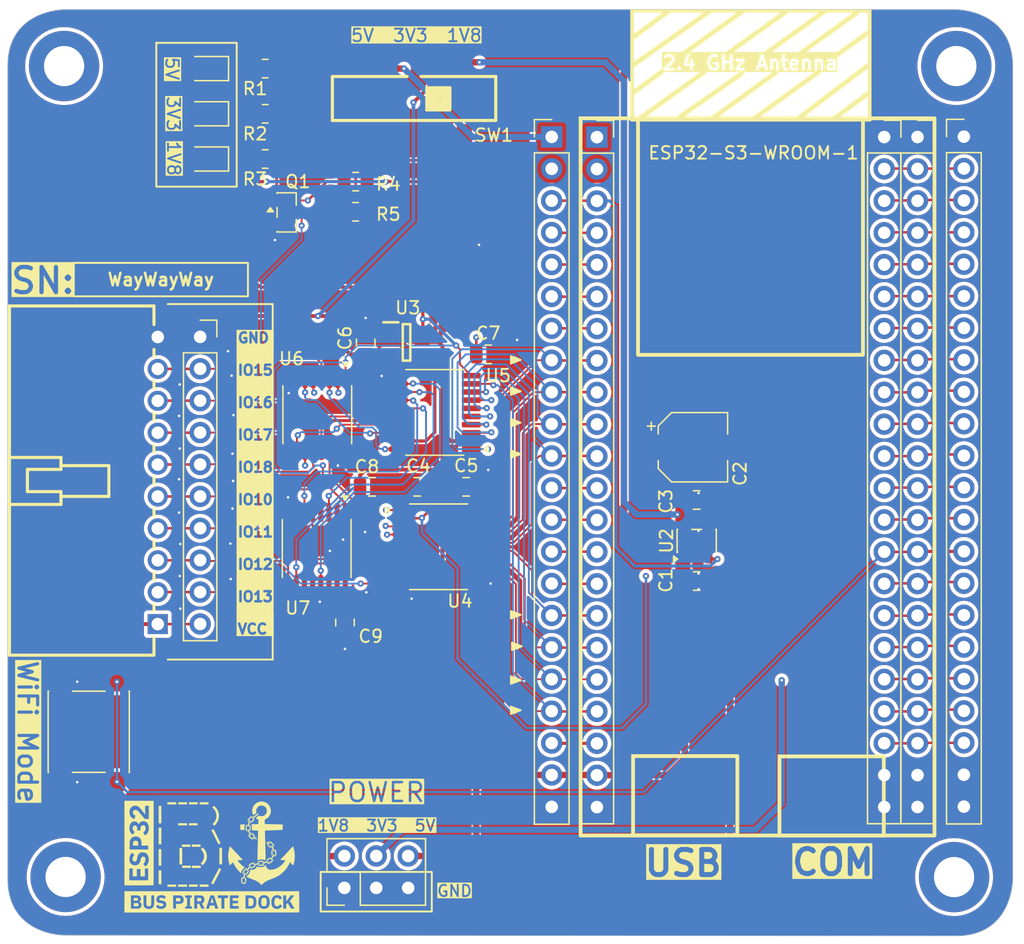
<source format=kicad_pcb>
(kicad_pcb (version 20241229) (generator "pcbnew") (generator_version "9.0")
  (title_block (title "ESP32 Bus Pirate Dock") (date "2025-09-21") (rev "v1.0"))
  (layers (0 "F.Cu" signal) (4 "In1.Cu" signal) (6 "In2.Cu" signal) (2 "B.Cu" signal) (13 "F.Paste" user) (15 "B.Paste" user) (5 "F.SilkS" user "F.Silkscreen") (7 "B.SilkS" user "B.Silkscreen") (1 "F.Mask" user) (3 "B.Mask" user) (25 "Edge.Cuts" user))
  (property "BOARD_VER" "1.2")
  (net 0 "")
  (net 1 "+5V")
  (net 2 "GPIO10")
  (net 3 "GPIO11")
  (net 4 "GPIO12")
  (net 5 "GPIO13")
  (net 6 "GPIO14")
  (net 7 "GPIO15")
  (net 8 "GPIO16")
  (net 9 "GPIO17")
  (net 10 "GND")
  (net 11 "+3.3V")
  (net 12 "RST")
  (net 13 "GPIO4")
  (net 14 "GPIO5")
  (net 15 "GPIO6")
  (net 16 "GPIO7")
  (net 17 "GPIO18")
  (net 18 "GPIO8")
  (net 19 "GPIO3")
  (net 20 "GPIO46")
  (net 21 "GPIO9")
  (net 22 "U0TX")
  (net 23 "U0RX")
  (net 24 "GPIO1")
  (net 25 "GPIO2")
  (net 26 "GPIO42")
  (net 27 "GPIO41")
  (net 28 "GPIO40")
  (net 29 "GPIO39")
  (net 30 "GPIO38")
  (net 31 "GPIO37")
  (net 32 "GPIO36")
  (net 33 "GPIO35")
  (net 34 "GPIO0")
  (net 35 "GPIO45")
  (net 36 "GPIO48")
  (net 37 "GPIO47")
  (net 38 "GPIO21")
  (net 39 "GPIO19")
  (net 40 "GPIO20")
  (net 41 "+1V8")
  (net 42 "IO15")
  (net 43 "VTARGET")
  (net 44 "IO12")
  (net 45 "IO17")
  (net 46 "IO10")
  (net 47 "IO18")
  (net 48 "IO16")
  (net 49 "IO13")
  (net 50 "IO11")
  (net 51 "/Voltage Level Translator/D1_K")
  (net 52 "/Voltage Level Translator/D2_K")
  (net 53 "/Voltage Level Translator/V_{ccB}_H")
  (net 54 "/Voltage Level Translator/D3_K")
  (net 55 "/Voltage Level Translator/~{SEL}")
  (net 56 "/Voltage Level Translator/SEL")
  (net 57 "/Voltage Level Translator/IO18_H")
  (net 58 "/Voltage Level Translator/IO15_L")
  (net 59 "/Voltage Level Translator/IO17_L")
  (net 60 "/Voltage Level Translator/IO17_H")
  (net 61 "/Voltage Level Translator/IO18_L")
  (net 62 "/Voltage Level Translator/IO16_L")
  (net 63 "/Voltage Level Translator/IO15_H")
  (net 64 "/Voltage Level Translator/IO16_H")
  (net 65 "/Voltage Level Translator/IO13_L")
  (net 66 "/Voltage Level Translator/IO10_L")
  (net 67 "/Voltage Level Translator/IO11_L")
  (net 68 "/Voltage Level Translator/IO12_H")
  (net 69 "/Voltage Level Translator/IO13_H")
  (net 70 "/Voltage Level Translator/IO10_H")
  (net 71 "/Voltage Level Translator/IO11_H")
  (net 72 "/Voltage Level Translator/IO12_L")
  (net 73 "/Voltage Level Translator/3V3_SEL")
  (net 74 "/Voltage Level Translator/5V_SEL")
  (footprint "Button_Switch_SMD:SW_SPST_PTS645Sx43SMTR92" (layer "F.Cu") (at 130.16 117.8 -90)
    (property "Reference" "SW_1" (hide yes))
    (property "Value" "SW_BOOT" (hide yes))
  )
  (footprint "LED_SMD:LED_0805_2012Metric" (layer "F.Cu") (at 139.6 65 180)
    (property "Reference" "D1" (hide yes))
    (property "Value" "RED" (hide yes))
  )
  (footprint "Capacitor_SMD:C_0805_2012Metric" (layer "F.Cu") (at 161.95 87.75)
    (property "Reference" "C7")
    (property "Value" "0.1u")
  )
  (footprint "Capacitor_SMD:C_0805_2012Metric" (layer "F.Cu") (at 178.5375 105.8)
    (property "Reference" "C1")
    (property "Value" "1u")
  )
  (footprint "Capacitor_SMD:CP_Elec_5x4.5" (layer "F.Cu") (at 178.2375 95.15)
    (property "Reference" "C2")
    (property "Value" "22u")
  )
  (footprint "Capacitor_SMD:C_0805_2012Metric" (layer "F.Cu") (at 160.2 98.3)
    (property "Reference" "C5")
    (property "Value" "0.1u")
  )
  (footprint "HX25418:CONN-TH_HX25418-10WA" (layer "F.Cu") (at 135.6525 97.8 -90)
    (property "Reference" "CN1" (hide yes))
    (property "Value" "HX25418-10WA" (hide yes))
  )
  (footprint "Connector_PinSocket_2.54mm:PinSocket_1x22_P2.54mm_Vertical" (layer "F.Cu") (at 170.6 70.46)
    (property "Reference" "J1" (hide yes))
    (property "Value" "Conn_01x22" (hide yes))
  )
  (footprint "LED_SMD:LED_0805_2012Metric" (layer "F.Cu") (at 139.6 68.6 180)
    (property "Reference" "D2" (hide yes))
    (property "Value" "ORANGE" (hide yes))
  )
  (footprint "Connector_PinHeader_2.54mm:PinHeader_1x22_P2.54mm_Vertical" (layer "F.Cu") (at 199.8 70.42)
    (property "Reference" "J4" (hide yes))
    (property "Value" "Conn_01x22" (hide yes))
  )
  (footprint "Connector_PinHeader_2.54mm:PinHeader_1x22_P2.54mm_Vertical" (layer "F.Cu") (at 167 70.44)
    (property "Reference" "J2" (hide yes))
    (property "Value" "Conn_01x22" (hide yes))
  )
  (footprint "Connector_PinSocket_2.54mm:PinSocket_1x10_P2.54mm_Vertical" (layer "F.Cu") (at 139.0275 86.36)
    (property "Reference" "J3" (hide yes))
    (property "Value" "Conn_01x10V" (hide yes))
  )
  (footprint "Package_TO_SOT_SMD:SOT-23-5" (layer "F.Cu") (at 178.5375 102.6 90)
    (property "Reference" "U2")
    (property "Value" "TLV75518PDBV")
  )
  (footprint "Capacitor_SMD:C_0805_2012Metric" (layer "F.Cu") (at 150.55 109.1 -90)
    (property "Reference" "C9")
    (property "Value" "4.7u")
  )
  (footprint "TS5A3157:SOT95P280X145-6N" (layer "F.Cu") (at 155.45 86.8)
    (property "Reference" "U3")
    (property "Value" "TS5A3157DBVR" (hide yes))
  )
  (footprint "Package_TO_SOT_SMD:SOT-23" (layer "F.Cu") (at 145.91 76.45)
    (property "Reference" "Q1")
    (property "Value" "2N7002" (hide yes))
  )
  (footprint "Resistor_SMD:R_0805_2012Metric" (layer "F.Cu") (at 144.2 72.2 180)
    (property "Reference" "R3")
    (property "Value" "1k")
  )
  (footprint "LED_SMD:LED_0805_2012Metric" (layer "F.Cu") (at 139.6 72.2 180)
    (property "Reference" "D3" (hide yes))
    (property "Value" "BLUE" (hide yes))
  )
  (footprint "Connector_PinSocket_2.54mm:PinSocket_1x22_P2.54mm_Vertical" (layer "F.Cu") (at 193.46 70.45)
    (property "Reference" "J6" (hide yes))
    (property "Value" "Conn_01x22" (hide yes))
  )
  (footprint "Resistor_SMD:R_0805_2012Metric" (layer "F.Cu") (at 151.4 76.4)
    (property "Reference" "R5")
    (property "Value" "10k")
  )
  (footprint "Resistor_SMD:R_0805_2012Metric" (layer "F.Cu") (at 144.2 65)
    (property "Reference" "R1")
    (property "Value" "1k" (hide yes))
  )
  (footprint "Resistor_SMD:R_0805_2012Metric" (layer "F.Cu") (at 144.2 68.6)
    (property "Reference" "R2")
    (property "Value" "1k" (hide yes))
  )
  (footprint "Capacitor_SMD:C_0805_2012Metric" (layer "F.Cu") (at 156.3 98.3 180)
    (property "Reference" "C4")
    (property "Value" "0.1u")
  )
  (footprint "LOGO" (layer "F.Cu") (at 139.9 127.8)
    (property "Reference" "G***" (hide yes))
    (property "Value" "LOGO" (hide yes))
  )
  (footprint "MountingHole:MountingHole_3.2mm_M3_DIN965_Pad_TopBottom" (layer "F.Cu") (at 199.02 129.37)
    (property "Reference" "H1" (hide yes))
    (property "Value" "MountingHole" (hide yes))
  )
  (footprint "Package_SO:TSSOP-16_4.4x5mm_P0.65mm" (layer "F.Cu") (at 148.3 103.2125 -90)
    (property "Reference" "U7")
    (property "Value" "TMUX1574PW" (hide yes))
  )
  (footprint "Resistor_SMD:R_0805_2012Metric" (layer "F.Cu") (at 151.4 74)
    (property "Reference" "R4")
    (property "Value" "10k" (hide yes))
  )
  (footprint "Package_SO:TSSOP-16_4.4x5mm_P0.65mm" (layer "F.Cu") (at 148.35 92.5625 -90)
    (property "Reference" "U6")
    (property "Value" "TMUX1574PW" (hide yes))
  )
  (footprint "TA-3532S-A2:SW-SMD_8P-L13.0-W3.5-P2.00" (layer "F.Cu") (at 156.05 67.4 180)
    (property "Reference" "SW1")
    (property "Value" "TA-3532S-A2")
  )
  (footprint "MountingHole:MountingHole_3.2mm_M3_DIN965_Pad_TopBottom" (layer "F.Cu") (at 128.2 64.8)
    (property "Reference" "H4" (hide yes))
    (property "Value" "MountingHole" (hide yes))
  )
  (footprint "Package_SO:Texas_PW0020A_TSSOP-20_4.4x6.5mm_P0.65mm" (layer "F.Cu") (at 158 103.075)
    (property "Reference" "U4")
    (property "Value" "TXS0108EPW" (hide yes))
  )
  (footprint "Capacitor_SMD:C_0805_2012Metric" (layer "F.Cu") (at 152.7 98.3)
    (property "Reference" "C8")
    (property "Value" "4.7u")
  )
  (footprint "Package_SO:Texas_PW0020A_TSSOP-20_4.4x6.5mm_P0.65mm" (layer "F.Cu") (at 157.7 92.375 180)
    (property "Reference" "U5")
    (property "Value" "TXS0108EPW" (hide yes))
  )
  (footprint "MountingHole:MountingHole_3.2mm_M3_DIN965_Pad_TopBottom" (layer "F.Cu") (at 199.2 64.8)
    (property "Reference" "H3" (hide yes))
    (property "Value" "MountingHole" (hide yes))
  )
  (footprint "Capacitor_SMD:C_0805_2012Metric" (layer "F.Cu") (at 178.5375 99.35)
    (property "Reference" "C3")
    (property "Value" "1u")
  )
  (footprint "Connector_PinHeader_2.54mm:PinHeader_2x03_P2.54mm_Vertical" (layer "F.Cu") (at 150.5 130.23 90)
    (property "Reference" "J7" (hide yes))
    (property "Value" "Conn_02x03" (hide yes))
  )
  (footprint "Capacitor_SMD:C_0805_2012Metric" (layer "F.Cu") (at 152.2 86.8 90)
    (property "Reference" "C6")
    (property "Value" "0.1u")
  )
  (footprint "Connector_PinSocket_2.54mm:PinSocket_1x22_P2.54mm_Vertical" (layer "F.Cu") (at 196.11 70.45)
    (property "Reference" "J5" (hide yes))
    (property "Value" "Conn_01x22" (hide yes))
  )
  (footprint "MountingHole:MountingHole_3.2mm_M3_DIN965_Pad_TopBottom" (layer "F.Cu") (at 128.32 129.36)
    (property "Reference" "H2" (hide yes))
    (property "Value" "MountingHole" (hide yes))
  )
  (gr_line (start 136.45 112.05) (end 144.8 112.05) (stroke (width 0.15)) (layer "F.SilkS"))
  (gr_line (start 144.8 83.75) (end 144.8 87.35) (stroke (width 0.15)) (layer "F.SilkS"))
  (gr_line (start 185.6 60.5) (end 181 63.8) (stroke (width 0.4)) (layer "F.SilkS"))
  (gr_rect (start 173.4 60.4) (end 192.3 69.02) (stroke (width 0.3)) (fill no) (layer "F.SilkS"))
  (gr_line (start 188.7 60.45) (end 184.1 63.75) (stroke (width 0.4)) (layer "F.SilkS"))
  (gr_rect (start 169.3 68.96) (end 197.46 126.06) (stroke (width 0.3)) (fill no) (layer "F.SilkS"))
  (gr_rect (start 185.125 119.76) (end 193.425 126.06) (stroke (width 0.3)) (fill no) (layer "F.SilkS"))
  (gr_line (start 182.1 60.5) (end 177.5 63.8) (stroke (width 0.4)) (layer "F.SilkS"))
  (gr_line (start 184.8 65.35) (end 179.8 68.95) (stroke (width 0.4)) (layer "F.SilkS"))
  (gr_line (start 144.8 108.45) (end 144.8 112.05) (stroke (width 0.15)) (layer "F.SilkS"))
  (gr_rect (start 135.5375 62.95) (end 141.9375 74.4) (stroke (width 0.15)) (fill no) (layer "F.SilkS"))
  (gr_rect (start 148.62 128.96) (end 157.46 132.11) (stroke (width 0.15)) (fill no) (layer "F.SilkS"))
  (gr_line (start 182.1 65.4) (end 177.2 68.85) (stroke (width 0.4)) (layer "F.SilkS"))
  (gr_line (start 192.15 62.156522) (end 189.65 63.95) (stroke (width 0.4)) (layer "F.SilkS"))
  (gr_line (start 192.3 69.02) (end 173.4 69.02) (stroke (width 0.4)) (layer "F.SilkS"))
  (gr_line (start 179.1 65.3) (end 174.1 68.9) (stroke (width 0.4)) (layer "F.SilkS"))
  (gr_rect (start 128.971853 80.469287) (end 142.828146 83.130714) (stroke (width 0.15)) (fill no) (layer "F.SilkS"))
  (gr_line (start 175.7 65.3) (end 173.5 66.9) (stroke (width 0.4)) (layer "F.SilkS"))
  (gr_line (start 192.1 64.8) (end 186.7 68.9) (stroke (width 0.4)) (layer "F.SilkS"))
  (gr_line (start 176.2 60.5) (end 173.5 62.5) (stroke (width 0.4)) (layer "F.SilkS"))
  (gr_line (start 191.3 60.55) (end 186.7 63.85) (stroke (width 0.4)) (layer "F.SilkS"))
  (gr_line (start 179.5 60.49) (end 173.5 64.7) (stroke (width 0.4)) (layer "F.SilkS"))
  (gr_rect (start 173.87 69.02) (end 191.77 87.79) (stroke (width 0.3)) (fill no) (layer "F.SilkS"))
  (gr_line (start 192.15 67) (end 189.45 69) (stroke (width 0.4)) (layer "F.SilkS"))
  (gr_rect (start 173.475 119.735) (end 181.775 126.035) (stroke (width 0.3)) (fill no) (layer "F.SilkS"))
  (gr_line (start 136.45 83.75) (end 144.8 83.75) (stroke (width 0.15)) (layer "F.SilkS"))
  (gr_line (start 188.2 65.3) (end 183.2 68.9) (stroke (width 0.4)) (layer "F.SilkS"))
  (gr_line (start 203.7 129.56202) (end 203.7 64.79) (stroke (width 0.05)) (layer "Edge.Cuts"))
  (gr_curve (pts (xy 199.2 134.06202) (xy 203.7 134.06202) (xy 203.7 129.56202) (xy 203.7 129.56202)) (stroke (width 0.05)) (layer "Edge.Cuts"))
  (gr_curve (pts (xy 203.7 64.79) (xy 203.7 60.29) (xy 199.2 60.29) (xy 199.2 60.29)) (stroke (width 0.05)) (layer "Edge.Cuts"))
  (gr_curve (pts (xy 123.7 129.515) (xy 123.7 134.015) (xy 128.2 134.015) (xy 128.2 134.015)) (stroke (width 0.05)) (layer "Edge.Cuts"))
  (gr_curve (pts (xy 123.7 64.79) (xy 123.7 60.29) (xy 128.2 60.29) (xy 128.2 60.29)) (stroke (width 0.05)) (layer "Edge.Cuts"))
  (gr_line (start 199.2 134.06202) (end 128.2 134.015) (stroke (width 0.05)) (layer "Edge.Cuts"))
  (gr_line (start 123.7 129.515) (end 123.7 64.79) (stroke (width 0.05)) (layer "Edge.Cuts"))
  (gr_line (start 199.2 60.29) (end 128.2 60.29) (stroke (width 0.05)) (layer "Edge.Cuts"))
  (gr_text "2.4 GHz Antenna" (at 175.7 65.2 0) (layer "F.SilkS" knockout) (effects (font (size 1.1 1.1) (thickness 0.2) (bold yes)) (justify left bottom)))
  (gr_text "►" (at 163.42 114.2 0) (layer "F.SilkS") (effects (font (size 1 1) (thickness 0.15) (bold yes)) (justify left bottom)))
  (gr_text "COM" (at 185.925 129.36 0) (layer "F.SilkS" knockout) (effects (font (size 2 2) (thickness 0.4) (bold yes)) (justify left bottom)))
  (gr_text "►" (at 163.51 111.51 0) (layer "F.SilkS") (effects (font (size 1 1) (thickness 0.15) (bold yes)) (justify left bottom)))
  (gr_text "►" (at 163.42 88.7 0) (layer "F.SilkS") (effects (font (size 1 1) (thickness 0.15) (bold yes)) (justify left bottom)))
  (gr_text "►" (at 163.42 109 0) (layer "F.SilkS") (effects (font (size 1 1) (thickness 0.15) (bold yes)) (justify left bottom)))
  (gr_text "►" (at 163.42 116.6 0) (layer "F.SilkS") (effects (font (size 1 1) (thickness 0.15) (bold yes)) (justify left bottom)))
  (gr_text "►" (at 163.42 96.2 0) (layer "F.SilkS") (effects (font (size 1 1) (thickness 0.15) (bold yes)) (justify left bottom)))
  (gr_text "USB" (at 174.2 129.435 0) (layer "F.SilkS" knockout) (effects (font (size 2 2) (thickness 0.4) (bold yes)) (justify left bottom)))
  (gr_text "WiFi Mode" (at 124.4 112 270) (layer "F.SilkS" knockout) (effects (font (size 1.5 1.5) (thickness 0.25) (bold yes)) (justify left bottom)))
  (gr_text "1V8  3V3  5V" (at 148.3 125.8 0) (layer "F.SilkS" knockout) (effects (font (size 0.9 0.9) (thickness 0.15) (bold yes)) (justify left bottom)))
  (gr_text "GND" (at 157.8 131 0) (layer "F.SilkS" knockout) (effects (font (size 0.9 0.9) (thickness 0.15) (bold yes)) (justify left bottom)))
  (gr_text "5V" (at 136.2 64 270) (layer "F.SilkS" knockout) (effects (font (size 1 1)) (justify left bottom)))
  (gr_text "ESP32-S3-WROOM-1" (at 174.6 72.3 0) (layer "F.SilkS") (effects (font (size 1 1) (thickness 0.15) (bold yes)) (justify left bottom)))
  (gr_text "5V  3V3  1V8" (at 150.95 62.95 0) (layer "F.SilkS" knockout) (effects (font (size 1 1)) (justify left bottom)))
  (gr_text "WayWayWay" (at 135.9 81.8 0) (layer "F.SilkS") (effects (font (size 1 1) (thickness 0.2) (bold yes))))
  (gr_text "POWER" (at 149.1 123.5 0) (layer "F.SilkS" knockout) (effects (font (size 1.5 1.5) (thickness 0.2)) (justify left bottom)))
  (gr_text "►" (at 163.42 91.2 0) (layer "F.SilkS") (effects (font (size 1 1) (thickness 0.15) (bold yes)) (justify left bottom)))
  (gr_text "SN:" (at 126.503146 81.890647 0) (layer "F.SilkS" knockout) (effects (font (size 2 2) (thickness 0.34) (bold yes))))
  (gr_text "GND\n\nIO15\n\nIO16\n\nIO17\n\nIO18\n\nIO10\n\nIO11\n\nIO12\n\nIO13\n\nVCC" (at 141.9162 110.0932 0) (layer "F.SilkS" knockout) (effects (font (size 0.8 0.8) (thickness 0.2) (bold yes)) (justify left bottom)))
  (gr_text "3V3" (at 136.3 67.125 270) (layer "F.SilkS" knockout) (effects (font (size 1 1)) (justify left bottom)))
  (gr_text "►" (at 163.42 93.7 0) (layer "F.SilkS") (effects (font (size 1 1) (thickness 0.15) (bold yes)) (justify left bottom)))
  (gr_text "1V8" (at 136.3375 70.675 270) (layer "F.SilkS" knockout) (effects (font (size 1 1)) (justify left bottom)))
  (segment (start 177.587501 119.912499) (end 176.24 121.26) (width 0.508) (layer "F.Cu") (net 1))
  (segment (start 152.05 64.5) (end 152.05 62.95) (width 0.508) (layer "F.Cu") (net 1))
  (segment (start 172.75 62.95) (end 172.75 102.75) (width 0.508) (layer "F.Cu") (net 1))
  (segment (start 161 122.3) (end 162.06 121.24) (width 0.508) (layer "F.Cu") (net 1))
  (segment (start 167 121.24) (end 170.58 121.24) (width 0.508) (layer "F.Cu") (net 1))
  (segment (start 172.75 102.75) (end 173.7375 103.7375) (width 0.508) (layer "F.Cu") (net 1))
  (segment (start 162.06 121.24) (end 167 121.24) (width 0.508) (layer "F.Cu") (net 1))
  (segment (start 171.8 62) (end 172.75 62.95) (width 0.508) (layer "F.Cu") (net 1))
  (segment (start 159.61 127.69) (end 161 126.3) (width 0.508) (layer "F.Cu") (net 1))
  (segment (start 153 62) (end 171.8 62) (width 0.508) (layer "F.Cu") (net 1))
  (segment (start 170.58 121.24) (end 170.6 121.26) (width 0.508) (layer "F.Cu") (net 1))
  (segment (start 176.24 121.26) (end 170.6 121.26) (width 0.508) (layer "F.Cu") (net 1))
  (segment (start 161 126.3) (end 161 122.3) (width 0.508) (layer "F.Cu") (net 1))
  (segment (start 173.7375 103.7375) (end 177.5875 103.7375) (width 0.508) (layer "F.Cu") (net 1))
  (segment (start 155.58 127.69) (end 159.61 127.69) (width 0.508) (layer "F.Cu") (net 1))
  (segment (start 152.05 62.95) (end 153 62) (width 0.508) (layer "F.Cu") (net 1))
  (segment (start 177.587501 105.8) (end 177.587501 119.912499) (width 0.508) (layer "F.Cu") (net 1))
  (segment (start 166.7 108.54) (end 170.52 108.54) (width 0.2032) (layer "F.Cu") (net 2))
  (segment (start 161.81 92.05) (end 161.83 92.03) (width 0.1524) (layer "F.Cu") (net 2))
  (segment (start 163.88 103.4) (end 165.44 104.96) (width 0.1524) (layer "F.Cu") (net 2))
  (segment (start 165.44 104.96) (end 165.44 106.98) (width 0.1524) (layer "F.Cu") (net 2))
  (segment (start 170.52 108.54) (end 170.54 108.56) (width 0.2032) (layer "F.Cu") (net 2))
  (segment (start 165.44 106.98) (end 167 108.54) (width 0.1524) (layer "F.Cu") (net 2))
  (segment (start 160.6 92.05) (end 161.81 92.05) (width 0.1524) (layer "F.Cu") (net 2))
  (segment (start 160.9 103.4) (end 163.88 103.4) (width 0.1524) (layer "F.Cu") (net 2))
  (via (at 161.83 92.03) (size 0.5) (drill 0.2) (layers "F.Cu" "B.Cu") (net 2))
  (segment (start 161.4 88.9) (end 163.16 88.9) (width 0.1524) (layer "B.Cu") (net 2))
  (segment (start 161.83 92.03) (end 161.17 92.03) (width 0.1524) (layer "B.Cu") (net 2))
  (segment (start 160.85 91.71) (end 160.85 89.45) (width 0.1524) (layer "B.Cu") (net 2))
  (segment (start 161.17 92.03) (end 160.85 91.71) (width 0.1524) (layer "B.Cu") (net 2))
  (segment (start 160.85 89.45) (end 161.4 88.9) (width 0.1524) (layer "B.Cu") (net 2))
  (segment (start 165.18 106.72) (end 167 108.54) (width 0.1524) (layer "B.Cu") (net 2))
  (segment (start 163.16 88.9) (end 165.18 90.92) (width 0.1524) (layer "B.Cu") (net 2))
  (segment (start 165.18 90.92) (end 165.18 106.72) (width 0.1524) (layer "B.Cu") (net 2))
  (segment (start 164.86 110.84) (end 165.1 111.08) (width 0.1524) (layer "F.Cu") (net 3))
  (segment (start 165.1 111.08) (end 167 111.08) (width 0.1524) (layer "F.Cu") (net 3))
  (segment (start 162.2 91.4) (end 160.6 91.4) (width 0.1524) (layer "F.Cu") (net 3))
  (segment (start 163.29 104.05) (end 164.86 105.62) (width 0.1524) (layer "F.Cu") (net 3))
  (segment (start 170.54 111.1) (end 166.72 111.1) (width 0.2032) (layer "F.Cu") (net 3))
  (segment (start 160.9 104.05) (end 163.29 104.05) (width 0.1524) (layer "F.Cu") (net 3))
  (segment (start 164.86 105.62) (end 164.86 110.84) (width 0.1524) (layer "F.Cu") (net 3))
  (via (at 162.2 91.4) (size 0.5) (drill 0.2) (layers "F.Cu" "B.Cu") (net 3))
  (segment (start 161.32 89.58) (end 161.65 89.25) (width 0.1524) (layer "B.Cu") (net 3))
  (segment (start 164.8 91.11) (end 164.8 108.88) (width 0.1524) (layer "B.Cu") (net 3))
  (segment (start 161.32 91.11) (end 161.32 89.58) (width 0.1524) (layer "B.Cu") (net 3))
  (segment (start 162.94 89.25) (end 164.8 91.11) (width 0.1524) (layer "B.Cu") (net 3))
  (segment (start 164.8 108.88) (end 167 111.08) (width 0.1524) (layer "B.Cu") (net 3))
  (segment (start 161.61 91.4) (end 161.32 91.11) (width 0.1524) (layer "B.Cu") (net 3))
  (segment (start 161.65 89.25) (end 162.94 89.25) (width 0.1524) (layer "B.Cu") (net 3))
  (segment (start 162.2 91.4) (end 161.61 91.4) (width 0.1524) (layer "B.Cu") (net 3))
  (segment (start 164.56 113.62) (end 167 113.62) (width 0.1524) (layer "F.Cu") (net 4))
  (segment (start 160.6 90.75) (end 161.81 90.75) (width 0.1524) (layer "F.Cu") (net 4))
  (segment (start 162.81 104.7) (end 164.15 106.04) (width 0.1524) (layer "F.Cu") (net 4))
  (segment (start 160.9 104.7) (end 162.81 104.7) (width 0.1524) (layer "F.Cu") (net 4))
  (segment (start 164.15 106.04) (end 164.15 113.21) (width 0.1524) (layer "F.Cu") (net 4))
  (segment (start 164.15 113.21) (end 164.56 113.62) (width 0.1524) (layer "F.Cu") (net 4))
  (segment (start 167 113.62) (end 170.58 113.62) (width 0.1524) (layer "F.Cu") (net 4))
  (segment (start 170.58 113.62) (end 170.6 113.64) (width 0.1524) (layer "F.Cu") (net 4))
  (via (at 161.7732 90.75) (size 0.5) (drill 0.2) (layers "F.Cu" "B.Cu") (net 4))
  (segment (start 161.7732 90.6032) (end 161.69 90.52) (width 0.1524) (layer "B.Cu") (net 4))
  (segment (start 161.7732 90.75) (end 161.7732 90.6032) (width 0.1524) (layer "B.Cu") (net 4))
  (segment (start 162.74 89.65) (end 164.37 91.28) (width 0.1524) (layer "B.Cu") (net 4))
  (segment (start 161.92 89.65) (end 162.74 89.65) (width 0.1524) (layer "B.Cu") (net 4))
  (segment (start 164.37 110.99) (end 167 113.62) (width 0.1524) (layer "B.Cu") (net 4))
  (segment (start 161.69 89.88) (end 161.92 89.65) (width 0.1524) (layer "B.Cu") (net 4))
  (segment (start 161.69 90.52) (end 161.69 89.88) (width 0.1524) (layer "B.Cu") (net 4))
  (segment (start 164.37 91.28) (end 164.37 110.99) (width 0.1524) (layer "B.Cu") (net 4))
  (segment (start 164.07 116.16) (end 167 116.16) (width 0.1524) (layer "F.Cu") (net 5))
  (segment (start 163.44 106.5) (end 163.44 115.53) (width 0.1524) (layer "F.Cu") (net 5))
  (segment (start 162.26 90.1) (end 160.6 90.1) (width 0.1524) (layer "F.Cu") (net 5))
  (segment (start 162.29 105.35) (end 163.44 106.5) (width 0.1524) (layer "F.Cu") (net 5))
  (segment (start 163.44 115.53) (end 164.07 116.16) (width 0.1524) (layer "F.Cu") (net 5))
  (segment (start 162.36 90.2) (end 162.26 90.1) (width 0.1524) (layer "F.Cu") (net 5))
  (segment (start 170.54 116.18) (end 166.72 116.18) (width 0.2032) (layer "F.Cu") (net 5))
  (segment (start 160.9 105.35) (end 162.29 105.35) (width 0.1524) (layer "F.Cu") (net 5))
  (via (at 162.36 90.2) (size 0.5) (drill 0.2) (layers "F.Cu" "B.Cu") (net 5))
  (segment (start 162.7 90.2) (end 163.91 91.41) (width 0.1524) (layer "B.Cu") (net 5))
  (segment (start 163.91 91.41) (end 163.91 113.07) (width 0.1524) (layer "B.Cu") (net 5))
  (segment (start 163.91 113.07) (end 167 116.16) (width 0.1524) (layer "B.Cu") (net 5))
  (segment (start 162.36 90.2) (end 162.7 90.2) (width 0.1524) (layer "B.Cu") (net 5))
  (segment (start 167.02 118.72) (end 167 118.7) (width 0.254) (layer "F.Cu") (net 6))
  (segment (start 170.6 118.72) (end 167.02 118.72) (width 0.254) (layer "F.Cu") (net 6))
  (segment (start 162.44 100.15) (end 162.96 99.63) (width 0.1524) (layer "F.Cu") (net 7))
  (segment (start 160.6 95.3) (end 161.93 95.3) (width 0.1524) (layer "F.Cu") (net 7))
  (segment (start 162.96 91.1) (end 165.84 88.22) (width 0.1524) (layer "F.Cu") (net 7))
  (segment (start 162.96 99.63) (end 162.96 91.1) (width 0.1524) (layer "F.Cu") (net 7))
  (segment (start 165.84 88.22) (end 167 88.22) (width 0.1524) (layer "F.Cu") (net 7))
  (segment (start 160.9 100.15) (end 162.44 100.15) (width 0.1524) (layer "F.Cu") (net 7))
  (segment (start 170.54 88.24) (end 166.72 88.24) (width 0.2032) (layer "F.Cu") (net 7))
  (via (at 161.93 95.3) (size 0.5) (drill 0.2) (layers "F.Cu" "B.Cu") (net 7))
  (segment (start 159.09 88.11) (end 159.85 87.35) (width 0.1524) (layer "B.Cu") (net 7))
  (segment (start 159.09 94.93) (end 159.09 88.11) (width 0.1524) (layer "B.Cu") (net 7))
  (segment (start 159.85 87.35) (end 166.13 87.35) (width 0.1524) (layer "B.Cu") (net 7))
  (segment (start 166.13 87.35) (end 167 88.22) (width 0.1524) (layer "B.Cu") (net 7))
  (segment (start 159.46 95.3) (end 159.09 94.93) (width 0.1524) (layer "B.Cu") (net 7))
  (segment (start 161.93 95.3) (end 159.46 95.3) (width 0.1524) (layer "B.Cu") (net 7))
  (segment (start 163.03 101.45) (end 160.9 101.45) (width 0.1524) (layer "F.Cu") (net 8))
  (segment (start 166.7 90.76) (end 170.52 90.76) (width 0.2032) (layer "F.Cu") (net 8))
  (segment (start 162.2 93.96) (end 162.16 94) (width 0.1524) (layer "F.Cu") (net 8))
  (segment (start 167 90.76) (end 165.55 90.76) (width 0.1524) (layer "F.Cu") (net 8))
  (segment (start 163.92 100.56) (end 163.03 101.45) (width 0.1524) (layer "F.Cu") (net 8))
  (segment (start 170.52 90.76) (end 170.54 90.78) (width 0.2032) (layer "F.Cu") (net 8))
  (segment (start 165.55 90.76) (end 163.92 92.39) (width 0.1524) (layer "F.Cu") (net 8))
  (segment (start 163.92 92.39) (end 163.92 100.56) (width 0.1524) (layer "F.Cu") (net 8))
  (segment (start 162.16 94) (end 160.6 94) (width 0.1524) (layer "F.Cu") (net 8))
  (via (at 162.2 93.96) (size 0.5) (drill 0.2) (layers "F.Cu" "B.Cu") (net 8))
  (segment (start 159.51 88.41) (end 160.17 87.75) (width 0.1524) (layer "B.Cu") (net 8))
  (segment (start 162.2 93.96) (end 159.88 93.96) (width 0.1524) (layer "B.Cu") (net 8))
  (segment (start 163.99 87.75) (end 167 90.76) (width 0.1524) (layer "B.Cu") (net 8))
  (segment (start 160.17 87.75) (end 163.99 87.75) (width 0.1524) (layer "B.Cu") (net 8))
  (segment (start 159.88 93.96) (end 159.51 93.59) (width 0.1524) (layer "B.Cu") (net 8))
  (segment (start 159.51 93.59) (end 159.51 88.41) (width 0.1524) (layer "B.Cu") (net 8))
  (segment (start 164.7 100.89) (end 163.49 102.1) (width 0.1524) (layer "F.Cu") (net 9))
  (segment (start 170.54 93.32) (end 166.72 93.32) (width 0.2032) (layer "F.Cu") (net 9))
  (segment (start 165.42 93.3) (end 164.7 94.02) (width 0.1524) (layer "F.Cu") (net 9))
  (segment (start 167 93.3) (end 165.42 93.3) (width 0.1524) (layer "F.Cu") (net 9))
  (segment (start 163.49 102.1) (end 160.9 102.1) (width 0.1524) (layer "F.Cu") (net 9))
  (segment (start 160.6 93.35) (end 161.8 93.35) (width 0.1524) (layer "F.Cu") (net 9))
  (segment (start 164.7 94.02) (end 164.7 100.89) (width 0.1524) (layer "F.Cu") (net 9))
  (via (at 161.8 93.35) (size 0.5) (drill 0.2) (layers "F.Cu" "B.Cu") (net 9))
  (segment (start 160.36 93.29) (end 159.93 92.86) (width 0.1524) (layer "B.Cu") (net 9))
  (segment (start 161.7 93.35) (end 161.64 93.29) (width 0.1524) (layer "B.Cu") (net 9))
  (segment (start 160.7 88.15) (end 163.7 88.15) (width 0.1524) (layer "B.Cu") (net 9))
  (segment (start 166.5 93.3) (end 167 93.3) (width 0.1524) (layer "B.Cu") (net 9))
  (segment (start 161.8 93.35) (end 161.7 93.35) (width 0.1524) (layer "B.Cu") (net 9))
  (segment (start 159.93 92.86) (end 159.93 88.92) (width 0.1524) (layer "B.Cu") (net 9))
  (segment (start 165.8728 90.3228) (end 165.8728 92.6728) (width 0.1524) (layer "B.Cu") (net 9))
  (segment (start 161.64 93.29) (end 160.36 93.29) (width 0.1524) (layer "B.Cu") (net 9))
  (segment (start 165.8728 92.6728) (end 166.5 93.3) (width 0.1524) (layer "B.Cu") (net 9))
  (segment (start 163.7 88.15) (end 165.8728 90.3228) (width 0.1524) (layer "B.Cu") (net 9))
  (segment (start 159.93 88.92) (end 160.7 88.15) (width 0.1524) (layer "B.Cu") (net 9))
  (segment (start 127.9154 113.814601) (end 127.909999 113.82) (width 0.3048) (layer "F.Cu") (net 10))
  (segment (start 144.9725 78.6425) (end 144.98 78.65) (width 0.254) (layer "F.Cu") (net 10))
  (segment (start 146.075 90.825) (end 146.09 90.84) (width 0.254) (layer "F.Cu") (net 10))
  (segment (start 146.075 89.7) (end 146.075 90.825) (width 0.254) (layer "F.Cu") (net 10))
  (segment (start 149.925 107.075) (end 149.925 106.075) (width 0.254) (layer "F.Cu") (net 10))
  (segment (start 146.025 100.35) (end 146.025 99.155) (width 0.254) (layer "F.Cu") (net 10))
  (segment (start 149.55 107.45) (end 149.925 107.075) (width 0.254) (layer "F.Cu") (net 10))
  (segment (start 148.55 107.45) (end 149.55 107.45) (width 0.254) (layer "F.Cu") (net 10))
  (segment (start 127.944601 121.8146) (end 127.91 121.779999) (width 0.3048) (layer "F.Cu") (net 10))
  (segment (start 154.66 89.47) (end 153.47 89.47) (width 0.254) (layer "F.Cu") (net 10))
  (segment (start 149.975 96.595) (end 149.99 96.61) (width 0.254) (layer "F.Cu") (net 10))
  (segment (start 146.025 99.155) (end 146.03 99.15) (width 0.254) (layer "F.Cu") (net 10))
  (segment (start 153.47 89.47) (end 153.46 89.48) (width 0.254) (layer "F.Cu") (net 10))
  (segment (start 152.2 84.85) (end 152.2 85.85) (width 0.254) (layer "F.Cu") (net 10))
  (segment (start 144.9725 77.4) (end 144.9725 78.6425) (width 0.254) (layer "F.Cu") (net 10))
  (segment (start 149.975 95.425) (end 149.975 96.595) (width 0.254) (layer "F.Cu") (net 10))
  (segment (start 150.55 111.2) (end 150.55 110.4) (width 0.254) (layer "F.Cu") (net 10))
  (segment (start 129.2426 113.814601) (end 127.9154 113.814601) (width 0.3048) (layer "F.Cu") (net 10))
  (segment (start 135.5275 86.36) (end 138.9275 86.36) (width 0.3048) (layer "F.Cu") (net 10))
  (segment (start 129.2426 121.8146) (end 127.944601 121.8146) (width 0.3048) (layer "F.Cu") (net 10))
  (segment (start 162.14 106) (end 160.9 106) (width 0.254) (layer "F.Cu") (net 10))
  (via (at 141.68 92.59) (size 0.5) (drill 0.2) (layers "F.Cu" "B.Cu") (net 10))
  (via (at 129.2426 121.8146) (size 0.5) (drill 0.2) (layers "F.Cu" "B.Cu") (net 10))
  (via (at 149.35 103.4) (size 0.5) (drill 0.2) (layers "F.Cu" "B.Cu") (net 10))
  (via (at 148.55 107.45) (size 0.5) (drill 0.2) (layers "F.Cu" "B.Cu") (net 10))
  (via (at 178.6875 105.2) (size 0.5) (drill 0.2) (layers "F.Cu" "B.Cu") (net 10))
  (via (at 137.35 92.65) (size 0.5) (drill 0.2) (layers "F.Cu" "B.Cu") (net 10))
  (via (at 137.4 90.15) (size 0.5) (drill 0.2) (layers "F.Cu" "B.Cu") (net 10))
  (via (at 141.6 100.03) (size 0.5) (drill 0.2) (layers "F.Cu" "B.Cu") (net 10))
  (via (at 152.25 106.7) (size 0.5) (drill 0.2) (layers "F.Cu" "B.Cu") (net 10))
  (via (at 137.4 95.25) (size 0.5) (drill 0.2) (layers "F.Cu" "B.Cu") (net 10))
  (via (at 162.14 106) (size 0.5) (drill 0.2) (layers "F.Cu" "B.Cu") (net 10))
  (via (at 153.47 89.47) (size 0.5) (drill 0.2) (layers "F.Cu" "B.Cu") (net 10))
  (via (at 141.53 89.45) (size 0.5) (drill 0.2) (layers "F.Cu" "B.Cu") (net 10))
  (via (at 141.65 97.83) (size 0.5) (drill 0.2) (layers "F.Cu" "B.Cu") (net 10))
  (via (at 150.4 102.5) (size 0.5) (drill 0.2) (layers "F.Cu" "B.Cu") (net 10))
  (via (at 137.4 105.4) (size 0.5) (drill 0.2) (layers "F.Cu" "B.Cu") (net 10))
  (via (at 178.6875 101.8) (size 0.5) (drill 0.2) (layers "F.Cu" "B.Cu") (net 10))
  (via (at 141.25 87.5) (size 0.5) (drill 0.2) (layers "F.Cu" "B.Cu") (net 10))
  (via (at 137.35 97.7) (size 0.5) (drill 0.2) (layers "F.Cu" "B.Cu") (net 10))
  (via (at 141.43 102.82) (size 0.5) (drill 0.2) (layers "F.Cu" "B.Cu") (net 10))
  (via (at 150.55 111.2) (size 0.5) (drill 0.2) (layers "F.Cu" "B.Cu") (net 10))
  (via (at 152.2 84.85) (size 0.5) (drill 0.2) (layers "F.Cu" "B.Cu") (net 10))
  (via (at 141.6 95.66) (size 0.5) (drill 0.2) (layers "F.Cu" "B.Cu") (net 10))
  (via (at 137.45 108) (size 0.5) (drill 0.2) (layers "F.Cu" "B.Cu") (net 10))
  (via (at 137.35 100.35) (size 0.5) (drill 0.2) (layers "F.Cu" "B.Cu") (net 10))
  (via (at 146.07 90.83) (size 0.5) (drill 0.2) (layers "F.Cu" "B.Cu") (net 10))
  (via (at 149.99 96.61) (size 0.5) (drill 0.2) (layers "F.Cu" "B.Cu") (net 10))
  (via (at 129.2426 113.814601) (size 0.5) (drill 0.2) (layers "F.Cu" "B.Cu") (net 10))
  (via (at 178.6875 98.8) (size 0.5) (drill 0.2) (layers "F.Cu" "B.Cu") (net 10))
  (via (at 146.02 99.14) (size 0.5) (drill 0.2) (layers "F.Cu" "B.Cu") (net 10))
  (via (at 152.15 101.9) (size 0.5) (drill 0.2) (layers "F.Cu" "B.Cu") (net 10))
  (via (at 178.6875 106.45) (size 0.5) (drill 0.2) (layers "F.Cu" "B.Cu") (net 10))
  (via (at 155.85 107.2) (size 0.5) (drill 0.2) (layers "F.Cu" "B.Cu") (net 10))
  (via (at 137.45 102.85) (size 0.5) (drill 0.2) (layers "F.Cu" "B.Cu") (net 10))
  (via (at 164.25 86.6) (size 0.5) (drill 0.2) (layers "F.Cu" "B.Cu") (net 10))
  (via (at 144.98 78.65) (size 0.5) (drill 0.2) (layers "F.Cu" "B.Cu") (net 10))
  (via (at 161.95 96.95) (size 0.5) (drill 0.2) (layers "F.Cu" "B.Cu") (net 10))
  (via (at 141.46 105.64) (size 0.5) (drill 0.2) (layers "F.Cu" "B.Cu") (net 10))
  (via (at 161.22 79.03) (size 0.5) (drill 0.2) (layers "F.Cu" "B.Cu") (net 10))
  (segment (start 158.169999 86.650001) (end 158.169999 85.8) (width 0.3048) (layer "F.Cu") (net 11))
  (segment (start 150.55 108.15) (end 150.6 108.2) (width 0.3048) (layer "F.Cu") (net 11))
  (segment (start 153.8 74) (end 158 74) (width 0.254) (layer "F.Cu") (net 11))
  (segment (start 167.02 73) (end 167 72.98) (width 0.3048) (layer "F.Cu") (net 11))
  (segment (start 153.8 74) (end 152.3125 74) (width 0.254) (layer "F.Cu") (net 11))
  (segment (start 155.45 86.55) (end 155.7 86.8) (width 0.254) (layer "F.Cu") (net 11))
  (segment (start 138.6625 65) (end 138.6625 72.2) (width 0.254) (layer "F.Cu") (net 11))
  (segment (start 138.6 73.7) (end 138.6 72.2625) (width 0.254) (layer "F.Cu") (net 11))
  (segment (start 150.575 108.125) (end 150.55 108.15) (width 0.254) (layer "F.Cu") (net 11))
  (segment (start 158.020001 86.8) (end 158.31 87.089999) (width 0.3048) (layer "F.Cu") (net 11))
  (segment (start 158.31 97.9) (end 158.31 96.61) (width 0.3048) (layer "F.Cu") (net 11))
  (segment (start 158.99 94.66) (end 158.31 93.98) (width 0.3048) (layer "F.Cu") (net 11))
  (segment (start 166.96 73.02) (end 167 72.98) (width 0.3048) (layer "F.Cu") (net 11))
  (segment (start 158.169999 73.830001) (end 158.98 73.02) (width 0.3048) (layer "F.Cu") (net 11))
  (segment (start 158.71 98.3) (end 158.31 97.9) (width 0.2032) (layer "F.Cu") (net 11))
  (segment (start 152.3125 76.4) (end 152.3125 74) (width 0.254) (layer "F.Cu") (net 11))
  (segment (start 151.75 98.3) (end 151.75 97.38) (width 0.3048) (layer "F.Cu") (net 11))
  (segment (start 157.99 96.93) (end 152.2 96.93) (width 0.3048) (layer "F.Cu") (net 11))
  (segment (start 167.02 70.46) (end 167 70.44) (width 0.1524) (layer "F.Cu") (net 11))
  (segment (start 150.6 108.2) (end 157.6 108.2) (width 0.3048) (layer "F.Cu") (net 11))
  (segment (start 159.3 85.8) (end 161 87.5) (width 0.3048) (layer "F.Cu") (net 11))
  (segment (start 160.6 94.65) (end 159.850001 94.65) (width 0.3048) (layer "F.Cu") (net 11))
  (segment (start 158.169999 85.8) (end 159.3 85.8) (width 0.3048) (layer "F.Cu") (net 11))
  (segment (start 152.2 96.93) (end 150.93 96.93) (width 0.3048) (layer "F.Cu") (net 11))
  (segment (start 158.5 100.2) (end 159.09 100.79) (width 0.3048) (layer "F.Cu") (net 11))
  (segment (start 170.6 70.46) (end 167.02 70.46) (width 0.508) (layer "F.Cu") (net 11))
  (segment (start 150.625 96.625) (end 150.625 95.425) (width 0.3048) (layer "F.Cu") (net 11))
  (segment (start 158.5 100.19) (end 158.5 100.2) (width 0.3048) (layer "F.Cu") (net 11))
  (segment (start 158.020001 86.8) (end 158.169999 86.650001) (width 0.3048) (layer "F.Cu") (net 11))
  (segment (start 155.25 65) (end 154.55 65) (width 0.508) (layer "F.Cu") (net 11))
  (segment (start 138.9 74) (end 138.6 73.7) (width 0.254) (layer "F.Cu") (net 11))
  (segment (start 161 87.5) (end 161 87.75) (width 0.3048) (layer "F.Cu") (net 11))
  (segment (start 158.31 96.61) (end 157.99 96.93) (width 0.3048) (layer "F.Cu") (net 11))
  (segment (start 159.840001 94.66) (end 158.99 94.66) (width 0.3048) (layer "F.Cu") (net 11))
  (segment (start 158.169999 85.8) (end 158.169999 73.830001) (width 0.3048) (layer "F.Cu") (net 11))
  (segment (start 161 87.75) (end 161 86.4) (width 0.2032) (layer "F.Cu") (net 11))
  (segment (start 144.3 74) (end 138.9 74) (width 0.254) (layer "F.Cu") (net 11))
  (segment (start 170.6 73) (end 167.02 73) (width 0.508) (layer "F.Cu") (net 11))
  (segment (start 158 74) (end 158.169999 73.830001) (width 0.2032) (layer "F.Cu") (net 11))
  (segment (start 158.98 73.02) (end 166.96 73.02) (width 0.3048) (layer "F.Cu") (net 11))
  (segment (start 159.09 100.79) (end 160.89 100.79) (width 0.3048) (layer "F.Cu") (net 11))
  (segment (start 150.55 108.15) (end 150.55 108.5) (width 0.254) (layer "F.Cu") (net 11))
  (segment (start 158.31 107.49) (end 158.31 97.9) (width 0.3048) (layer "F.Cu") (net 11))
  (segment (start 157.6 108.2) (end 158.31 107.49) (width 0.3048) (layer "F.Cu") (net 11))
  (segment (start 155.31 85.85) (end 155.45 85.99) (width 0.254) (layer "F.Cu") (net 11))
  (segment (start 150.93 96.93) (end 150.625 96.625) (width 0.3048) (layer "F.Cu") (net 11))
  (segment (start 158.31 93.98) (end 158.31 96.61) (width 0.3048) (layer "F.Cu") (net 11))
  (segment (start 150.575 106.075) (end 150.575 108.125) (width 0.254) (layer "F.Cu") (net 11))
  (segment (start 155.7 86.8) (end 156.7 86.8) (width 0.254) (layer "F.Cu") (net 11))
  (segment (start 159.25 98.3) (end 158.71 98.3) (width 0.2032) (layer "F.Cu") (net 11))
  (segment (start 138.6 72.2625) (end 138.6625 72.2) (width 0.2032) (layer "F.Cu") (net 11))
  (segment (start 160.89 100.79) (end 160.9 100.8) (width 0.3048) (layer "F.Cu") (net 11))
  (segment (start 155.45 85.99) (end 155.45 86.55) (width 0.254) (layer "F.Cu") (net 11))
  (segment (start 154.55 65) (end 154.05 64.5) (width 0.508) (layer "F.Cu") (net 11))
  (segment (start 151.75 97.38) (end 152.2 96.93) (width 0.3048) (layer "F.Cu") (net 11))
  (segment (start 158.020001 86.8) (end 156.7 86.8) (width 0.254) (layer "F.Cu") (net 11))
  (segment (start 144.3 74) (end 144.3 74.1) (width 0.2032) (layer "F.Cu") (net 11))
  (segment (start 158.31 100) (end 158.5 100.19) (width 0.3048) (layer "F.Cu") (net 11))
  (segment (start 158.31 87.089999) (end 158.31 93.98) (width 0.3048) (layer "F.Cu") (net 11))
  (segment (start 167 72.98) (end 166.96 72.94) (width 0.3048) (layer "F.Cu") (net 11))
  (segment (start 159.850001 94.65) (end 159.840001 94.66) (width 0.3048) (layer "F.Cu") (net 11))
  (segment (start 154.2 85.85) (end 155.31 85.85) (width 0.254) (layer "F.Cu") (net 11))
  (via (at 161 86.4) (size 0.5) (drill 0.2) (layers "F.Cu" "B.Cu") (net 11))
  (via (at 185.3 113.7) (size 0.5) (drill 0.2) (layers "F.Cu" "B.Cu") (net 11))
  (via (at 144.3 74) (size 0.5) (drill 0.2) (layers "F.Cu" "B.Cu") (net 11))
  (via (at 153.8 74) (size 0.5) (drill 0.2) (layers "F.Cu" "B.Cu") (net 11))
  (via (at 155.25 65) (size 0.5) (drill 0.2) (layers "F.Cu" "B.Cu") (net 11))
  (segment (start 185.2 123.6) (end 185.3 123.5) (width 0.508) (layer "B.Cu") (net 11))
  (segment (start 155.13 125.6) (end 175.2 125.6) (width 0.508) (layer "B.Cu") (net 11))
  (segment (start 183.2 125.6) (end 185.2 123.6) (width 0.508) (layer "B.Cu") (net 11))
  (segment (start 160.69 70.44) (end 167 70.44) (width 0.508) (layer "B.Cu") (net 11))
  (segment (start 155.25 65) (end 160.69 70.44) (width 0.508) (layer "B.Cu") (net 11))
  (segment (start 153.04 127.69) (end 155.13 125.6) (width 0.508) (layer "B.Cu") (net 11))
  (segment (start 175.2 125.6) (end 183.2 125.6) (width 0.508) (layer "B.Cu") (net 11))
  (segment (start 185.3 123.5) (end 185.3 113.7) (width 0.508) (layer "B.Cu") (net 11))
  (segment (start 144.3 74) (end 153.8 74) (width 0.254) (layer "B.Cu") (net 11))
  (segment (start 179.8 104.05) (end 179.4875 103.7375) (width 0.254) (layer "F.Cu") (net 12))
  (segment (start 170.52 75.52) (end 170.54 75.54) (width 0.2032) (layer "F.Cu") (net 12))
  (segment (start 180.1875 104.05) (end 179.8 104.05) (width 0.254) (layer "F.Cu") (net 12))
  (segment (start 166.7 75.52) (end 170.52 75.52) (width 0.2032) (layer "F.Cu") (net 12))
  (via (at 180.1875 104.05) (size 0.5) (drill 0.2) (layers "F.Cu" "B.Cu") (net 12))
  (segment (start 173.6 104.6) (end 172.1 103.1) (width 0.254) (layer "B.Cu") (net 12))
  (segment (start 179.6375 104.6) (end 173.6 104.6) (width 0.254) (layer "B.Cu") (net 12))
  (segment (start 171.64 75.54) (end 170.6 75.54) (width 0.254) (layer "B.Cu") (net 12))
  (segment (start 172.1 76) (end 171.64 75.54) (width 0.254) (layer "B.Cu") (net 12))
  (segment (start 172.1 103.1) (end 172.1 76) (width 0.254) (layer "B.Cu") (net 12))
  (segment (start 180.1875 104.05) (end 179.6375 104.6) (width 0.254) (layer "B.Cu") (net 12))
  (segment (start 170.54 78.08) (end 166.72 78.08) (width 0.2032) (layer "F.Cu") (net 13))
  (segment (start 170.52 80.6) (end 170.54 80.62) (width 0.2032) (layer "F.Cu") (net 14))
  (segment (start 166.7 80.6) (end 170.52 80.6) (width 0.2032) (layer "F.Cu") (net 14))
  (segment (start 170.54 83.16) (end 166.72 83.16) (width 0.2032) (layer "F.Cu") (net 15))
  (segment (start 170.52 85.68) (end 170.54 85.7) (width 0.2032) (layer "F.Cu") (net 16))
  (segment (start 166.7 85.68) (end 170.52 85.68) (width 0.2032) (layer "F.Cu") (net 16))
  (segment (start 162.1 92.69) (end 162.09 92.7) (width 0.1524) (layer "F.Cu") (net 17))
  (segment (start 163.94 102.76) (end 165.4 101.3) (width 0.1524) (layer "F.Cu") (net 17))
  (segment (start 166.7 95.84) (end 170.52 95.84) (width 0.2032) (layer "F.Cu") (net 17))
  (segment (start 166.03 95.84) (end 167 95.84) (width 0.1524) (layer "F.Cu") (net 17))
  (segment (start 161.649999 102.75) (end 161.659999 102.76) (width 0.1524) (layer "F.Cu") (net 17))
  (segment (start 165.4 101.3) (end 165.4 96.47) (width 0.1524) (layer "F.Cu") (net 17))
  (segment (start 162.09 92.7) (end 160.6 92.7) (width 0.1524) (layer "F.Cu") (net 17))
  (segment (start 161.659999 102.76) (end 163.94 102.76) (width 0.1524) (layer "F.Cu") (net 17))
  (segment (start 165.4 96.47) (end 166.03 95.84) (width 0.1524) (layer "F.Cu") (net 17))
  (segment (start 160.9 102.75) (end 161.649999 102.75) (width 0.1524) (layer "F.Cu") (net 17))
  (segment (start 170.52 95.84) (end 170.54 95.86) (width 0.2032) (layer "F.Cu") (net 17))
  (via (at 162.1 92.69) (size 0.5) (drill 0.2) (layers "F.Cu" "B.Cu") (net 17))
  (segment (start 165.54 90.7) (end 165.54 94.38) (width 0.1524) (layer "B.Cu") (net 17))
  (segment (start 165.54 94.38) (end 167 95.84) (width 0.1524) (layer "B.Cu") (net 17))
  (segment (start 160.42 89.11) (end 160.98 88.55) (width 0.1524) (layer "B.Cu") (net 17))
  (segment (start 160.66 92.69) (end 160.42 92.45) (width 0.1524) (layer "B.Cu") (net 17))
  (segment (start 160.98 88.55) (end 163.39 88.55) (width 0.1524) (layer "B.Cu") (net 17))
  (segment (start 160.42 92.45) (end 160.42 89.11) (width 0.1524) (layer "B.Cu") (net 17))
  (segment (start 162.1 92.69) (end 160.66 92.69) (width 0.1524) (layer "B.Cu") (net 17))
  (segment (start 163.39 88.55) (end 165.54 90.7) (width 0.1524) (layer "B.Cu") (net 17))
  (segment (start 170.54 98.4) (end 166.72 98.4) (width 0.2032) (layer "F.Cu") (net 18))
  (segment (start 170.52 100.92) (end 170.54 100.94) (width 0.2032) (layer "F.Cu") (net 19))
  (segment (start 166.7 100.92) (end 170.52 100.92) (width 0.2032) (layer "F.Cu") (net 19))
  (segment (start 170.52 103.46) (end 170.54 103.48) (width 0.2032) (layer "F.Cu") (net 20))
  (segment (start 166.7 103.46) (end 170.52 103.46) (width 0.2032) (layer "F.Cu") (net 20))
  (segment (start 170.54 106.02) (end 166.72 106.02) (width 0.2032) (layer "F.Cu") (net 21))
  (segment (start 196.26 72.96) (end 193.5 72.96) (width 0.2) (layer "F.Cu") (net 22))
  (segment (start 200.07 72.96) (end 200.11 72.92) (width 0.2) (layer "F.Cu") (net 22))
  (segment (start 196.265 72.965) (end 196.26 72.96) (width 0.2) (layer "F.Cu") (net 22))
  (segment (start 196.26 72.96) (end 200.07 72.96) (width 0.2) (layer "F.Cu") (net 22))
  (segment (start 193.5 72.96) (end 193.46 73) (width 0.2) (layer "F.Cu") (net 22))
  (segment (start 196.3 75.46) (end 196.26 75.5) (width 0.2032) (layer "F.Cu") (net 23))
  (segment (start 200.11 75.46) (end 196.3 75.46) (width 0.2032) (layer "F.Cu") (net 23))
  (segment (start 196.26 75.5) (end 193.5 75.5) (width 0.2032) (layer "F.Cu") (net 23))
  (segment (start 193.5 75.5) (end 193.46 75.54) (width 0.2032) (layer "F.Cu") (net 23))
  (segment (start 196.26 78.04) (end 193.5 78.04) (width 0.2) (layer "F.Cu") (net 24))
  (segment (start 193.5 78.04) (end 193.46 78.08) (width 0.2) (layer "F.Cu") (net 24))
  (segment (start 200.07 78.04) (end 200.11 78) (width 0.2) (layer "F.Cu") (net 24))
  (segment (start 196.265 78.045) (end 196.26 78.04) (width 0.2) (layer "F.Cu") (net 24))
  (segment (start 196.26 78.04) (end 200.07 78.04) (width 0.2) (layer "F.Cu") (net 24))
  (segment (start 196.26 80.58) (end 193.5 80.58) (width 0.2032) (layer "F.Cu") (net 25))
  (segment (start 196.3 80.54) (end 196.26 80.58) (width 0.2032) (layer "F.Cu") (net 25))
  (segment (start 200.11 80.54) (end 196.3 80.54) (width 0.2032) (layer "F.Cu") (net 25))
  (segment (start 193.5 80.58) (end 193.46 80.62) (width 0.2032) (layer "F.Cu") (net 25))
  (segment (start 196.26 83.12) (end 200.07 83.12) (width 0.2) (layer "F.Cu") (net 26))
  (segment (start 196.26 83.12) (end 193.49 83.12) (width 0.2) (layer "F.Cu") (net 26))
  (segment (start 193.49 83.12) (end 193.46 83.15) (width 0.2) (layer "F.Cu") (net 26))
  (segment (start 200.07 83.12) (end 200.11 83.08) (width 0.2) (layer "F.Cu") (net 26))
  (segment (start 196.265 83.125) (end 196.26 83.12) (width 0.2) (layer "F.Cu") (net 26))
  (segment (start 200.11 85.62) (end 196.3 85.62) (width 0.2032) (layer "F.Cu") (net 27))
  (segment (start 196.26 85.66) (end 193.49 85.66) (width 0.2032) (layer "F.Cu") (net 27))
  (segment (start 196.3 85.62) (end 196.26 85.66) (width 0.2032) (layer "F.Cu") (net 27))
  (segment (start 193.49 85.66) (end 193.46 85.69) (width 0.2032) (layer "F.Cu") (net 27))
  (segment (start 196.26 88.2) (end 193.49 88.2) (width 0.2032) (layer "F.Cu") (net 28))
  (segment (start 196.26 88.14) (end 200.07 88.14) (width 0.2) (layer "F.Cu") (net 28))
  (segment (start 196.265 88.145) (end 196.26 88.14) (width 0.2) (layer "F.Cu") (net 28))
  (segment (start 193.49 88.2) (end 193.46 88.23) (width 0.2032) (layer "F.Cu") (net 28))
  (segment (start 200.07 88.14) (end 200.11 88.1) (width 0.2) (layer "F.Cu") (net 28))
  (segment (start 196.22 90.78) (end 196.26 90.74) (width 0.2032) (layer "F.Cu") (net 29))
  (segment (start 196.3 90.64) (end 196.26 90.68) (width 0.2032) (layer "F.Cu") (net 29))
  (segment (start 193.46 90.78) (end 196.22 90.78) (width 0.2032) (layer "F.Cu") (net 29))
  (segment (start 200.11 90.64) (end 196.3 90.64) (width 0.2032) (layer "F.Cu") (net 29))
  (segment (start 196.265 90.685) (end 196.26 90.68) (width 0.2) (layer "F.Cu") (net 29))
  (segment (start 196.26 93.28) (end 193.5 93.28) (width 0.2032) (layer "F.Cu") (net 30))
  (segment (start 196.26 93.22) (end 200.07 93.22) (width 0.2032) (layer "F.Cu") (net 30))
  (segment (start 193.5 93.28) (end 193.46 93.32) (width 0.2032) (layer "F.Cu") (net 30))
  (segment (start 200.07 93.22) (end 200.11 93.18) (width 0.2032) (layer "F.Cu") (net 30))
  (segment (start 193.46 95.86) (end 196.22 95.86) (width 0.2032) (layer "F.Cu") (net 31))
  (segment (start 196.3 95.72) (end 196.26 95.76) (width 0.2032) (layer "F.Cu") (net 31))
  (segment (start 196.265 95.765) (end 196.26 95.76) (width 0.2) (layer "F.Cu") (net 31))
  (segment (start 196.22 95.86) (end 196.26 95.82) (width 0.2032) (layer "F.Cu") (net 31))
  (segment (start 200.11 95.72) (end 196.3 95.72) (width 0.2032) (layer "F.Cu") (net 31))
  (segment (start 196.26 98.3) (end 200.07 98.3) (width 0.2032) (layer "F.Cu") (net 32))
  (segment (start 196.26 98.36) (end 193.5 98.36) (width 0.2032) (layer "F.Cu") (net 32))
  (segment (start 193.5 98.36) (end 193.46 98.4) (width 0.2032) (layer "F.Cu") (net 32))
  (segment (start 200.07 98.3) (end 200.11 98.26) (width 0.2032) (layer "F.Cu") (net 32))
  (segment (start 200.11 100.8) (end 196.3 100.8) (width 0.2032) (layer "F.Cu") (net 33))
  (segment (start 196.3 100.8) (end 196.26 100.84) (width 0.2032) (layer "F.Cu") (net 33))
  (segment (start 196.26 100.9) (end 193.49 100.9) (width 0.2032) (layer "F.Cu") (net 33))
  (segment (start 196.265 100.845) (end 196.26 100.84) (width 0.2) (layer "F.Cu") (net 33))
  (segment (start 193.49 100.9) (end 193.46 100.93) (width 0.2032) (layer "F.Cu") (net 33))
  (segment (start 196.22 103.48) (end 196.26 103.44) (width 0.2032) (layer "F.Cu") (net 34))
  (segment (start 196.26 103.44) (end 199.8 103.44) (width 0.254) (layer "F.Cu") (net 34))
  (segment (start 193.46 103.48) (end 196.22 103.48) (width 0.2032) (layer "F.Cu") (net 34))
  (via (at 132.41 121.78) (size 0.5) (drill 0.2) (layers "F.Cu" "B.Cu") (net 34))
  (via (at 132.41 113.82) (size 0.5) (drill 0.2) (layers "F.Cu" "B.Cu") (net 34))
  (segment (start 174.33 122.6) (end 133.23 122.6) (width 0.2032) (layer "B.Cu") (net 34))
  (segment (start 133.23 122.6) (end 132.41 121.78) (width 0.2032) (layer "B.Cu") (net 34))
  (segment (start 193.46 103.47) (end 174.33 122.6) (width 0.2032) (layer "B.Cu") (net 34))
  (segment (start 132.41 113.82) (end 132.41 121.78) (width 0.2032) (layer "B.Cu") (net 34))
  (segment (start 193.49 105.98) (end 193.46 106.01) (width 0.2032) (layer "F.Cu") (net 35))
  (segment (start 196.3 105.88) (end 196.26 105.92) (width 0.2032) (layer "F.Cu") (net 35))
  (segment (start 196.265 105.925) (end 196.26 105.92) (width 0.2) (layer "F.Cu") (net 35))
  (segment (start 200.11 105.88) (end 196.3 105.88) (width 0.2032) (layer "F.Cu") (net 35))
  (segment (start 196.26 105.98) (end 193.49 105.98) (width 0.2032) (layer "F.Cu") (net 35))
  (segment (start 193.46 108.56) (end 196.22 108.56) (width 0.2032) (layer "F.Cu") (net 36))
  (segment (start 196.26 108.46) (end 200.07 108.46) (width 0.2032) (layer "F.Cu") (net 36))
  (segment (start 200.07 108.46) (end 200.11 108.42) (width 0.2032) (layer "F.Cu") (net 36))
  (segment (start 196.22 108.56) (end 196.26 108.52) (width 0.2032) (layer "F.Cu") (net 36))
  (segment (start 193.49 111.06) (end 193.46 111.09) (width 0.2032) (layer "F.Cu") (net 37))
  (segment (start 196.3 110.96) (end 196.26 111) (width 0.2032) (layer "F.Cu") (net 37))
  (segment (start 196.26 111.06) (end 193.49 111.06) (width 0.2032) (layer "F.Cu") (net 37))
  (segment (start 200.11 110.96) (end 196.3 110.96) (width 0.2032) (layer "F.Cu") (net 37))
  (segment (start 196.265 111.005) (end 196.26 111) (width 0.2) (layer "F.Cu") (net 37))
  (segment (start 200.07 113.54) (end 200.11 113.5) (width 0.2032) (layer "F.Cu") (net 38))
  (segment (start 193.5 113.6) (end 193.46 113.64) (width 0.2032) (layer "F.Cu") (net 38))
  (segment (start 196.26 113.6) (end 193.5 113.6) (width 0.2032) (layer "F.Cu") (net 38))
  (segment (start 196.26 113.54) (end 200.07 113.54) (width 0.2032) (layer "F.Cu") (net 38))
  (segment (start 193.46 118.72) (end 196.22 118.72) (width 0.2032) (layer "F.Cu") (net 39))
  (segment (start 195.97 118.68) (end 199.78 118.68) (width 0.2) (layer "F.Cu") (net 39))
  (segment (start 196.22 118.72) (end 196.26 118.68) (width 0.2032) (layer "F.Cu") (net 39))
  (segment (start 199.78 118.68) (end 199.82 118.64) (width 0.2) (layer "F.Cu") (net 39))
  (segment (start 195.975 118.685) (end 195.97 118.68) (width 0.2) (layer "F.Cu") (net 39))
  (segment (start 193.46 116.18) (end 196.22 116.18) (width 0.2032) (layer "F.Cu") (net 40))
  (segment (start 200.11 116.04) (end 196.3 116.04) (width 0.2032) (layer "F.Cu") (net 40))
  (segment (start 196.22 116.18) (end 196.26 116.14) (width 0.2032) (layer "F.Cu") (net 40))
  (segment (start 196.3 116.04) (end 196.26 116.08) (width 0.2032) (layer "F.Cu") (net 40))
  (segment (start 196.265 116.085) (end 196.26 116.08) (width 0.2) (layer "F.Cu") (net 40))
  (segment (start 179.6 132.6) (end 147.9 132.6) (width 0.508) (layer "F.Cu") (net 41))
  (segment (start 177.587501 98.000001) (end 176.0375 96.45) (width 0.762) (layer "F.Cu") (net 41))
  (segment (start 147 131.7) (end 147 128.7) (width 0.508) (layer "F.Cu") (net 41))
  (segment (start 161.25 64.5) (end 160.05 64.5) (width 0.508) (layer "F.Cu") (net 41))
  (segment (start 155.1 100.8) (end 156.65 100.8) (width 0.2032) (layer "F.Cu") (net 41))
  (segment (start 148 127.7) (end 150.49 127.7) (width 0.508) (layer "F.Cu") (net 41))
  (segment (start 181.2 131) (end 179.6 132.6) (width 0.508) (layer "F.Cu") (net 41))
  (segment (start 147.9 132.6) (end 147 131.7) (width 0.508) (layer "F.Cu") (net 41))
  (segment (start 147 128.7) (end 148 127.7) (width 0.508) (layer "F.Cu") (net 41))
  (segment (start 180.200001 98.000001) (end 181.2 99) (width 0.508) (layer "F.Cu") (net 41))
  (segment (start 150.49 127.7) (end 150.5 127.69) (width 0.508) (layer "F.Cu") (net 41))
  (segment (start 177.9875 98.000001) (end 180.200001 98.000001) (width 0.508) (layer "F.Cu") (net 41))
  (segment (start 177.587501 98.4) (end 177.9875 98.000001) (width 0.508) (layer "F.Cu") (net 41))
  (segment (start 156.675 100.775) (end 157.25 100.2) (width 0.2032) (layer "F.Cu") (net 41))
  (segment (start 176.0375 96.45) (end 176.0375 95.15) (width 0.762) (layer "F.Cu") (net 41))
  (segment (start 156.65 100.8) (end 156.675 100.775) (width 0.2032) (layer "F.Cu") (net 41))
  (segment (start 177.587501 98.4) (end 177.587501 98.000001) (width 0.762) (layer "F.Cu") (net 41))
  (segment (start 157.25 100.2) (end 157.25 98.3) (width 0.2032) (layer "F.Cu") (net 41))
  (segment (start 181.2 99) (end 181.2 131) (width 0.508) (layer "F.Cu") (net 41))
  (segment (start 177.587501 99.35) (end 177.587501 98.4) (width 0.762) (layer "F.Cu") (net 41))
  (via (at 161.25 64.5) (size 0.5) (drill 0.2) (layers "F.Cu" "B.Cu") (net 41))
  (via (at 174.5 105.4) (size 0.5) (drill 0.2) (layers "F.Cu" "B.Cu") (net 41))
  (via (at 156.675 100.775) (size 0.5) (drill 0.2) (layers "F.Cu" "B.Cu") (net 41))
  (via (at 177 100.5) (size 0.5) (drill 0.2) (layers "F.Cu" "B.Cu") (net 41))
  (segment (start 172.75 66) (end 171.25 64.5) (width 0.508) (layer "B.Cu") (net 41))
  (segment (start 159.5 104.8) (end 159.5 112) (width 0.2032) (layer "B.Cu") (net 41))
  (segment (start 172.6 117.5) (end 174.5 115.6) (width 0.2032) (layer "B.Cu") (net 41))
  (segment (start 156.675 101.975) (end 159.5 104.8) (width 0.2032) (layer "B.Cu") (net 41))
  (segment (start 171.25 64.5) (end 161.25 64.5) (width 0.508) (layer "B.Cu") (net 41))
  (segment (start 172.75 99.5) (end 172.75 66) (width 0.508) (layer "B.Cu") (net 41))
  (segment (start 156.675 100.775) (end 156.675 101.975) (width 0.2032) (layer "B.Cu") (net 41))
  (segment (start 159.5 112) (end 165 117.5) (width 0.2032) (layer "B.Cu") (net 41))
  (segment (start 174.5 115.6) (end 174.5 105.4) (width 0.2032) (layer "B.Cu") (net 41))
  (segment (start 165 117.5) (end 172.6 117.5) (width 0.2032) (layer "B.Cu") (net 41))
  (segment (start 177 100.5) (end 173.75 100.5) (width 0.508) (layer "B.Cu") (net 41))
  (segment (start 173.75 100.5) (end 172.75 99.5) (width 0.508) (layer "B.Cu") (net 41))
  (segment (start 141.89 88.1) (end 141.09 88.9) (width 0.1524) (layer "F.Cu") (net 42))
  (segment (start 135.6525 88.91) (end 139.0175 88.91) (width 0.2032) (layer "F.Cu") (net 42))
  (segment (start 139.0175 88.91) (end 139.0275 88.9) (width 0.2032) (layer "F.Cu") (net 42))
  (segment (start 148.675 88.475) (end 148.3 88.1) (width 0.1524) (layer "F.Cu") (net 42))
  (segment (start 148.3 88.1) (end 141.89 88.1) (width 0.1524) (layer "F.Cu") (net 42))
  (segment (start 141.09 88.9) (end 139.0275 88.9) (width 0.1524) (layer "F.Cu") (net 42))
  (segment (start 148.675 89.7) (end 148.675 88.475) (width 0.1524) (layer "F.Cu") (net 42))
  (segment (start 150.2 85.4) (end 150.2 87) (width 0.3048) (layer "F.Cu") (net 43))
  (segment (start 158.05 65.65) (end 156 67.7) (width 0.3048) (layer "F.Cu") (net 43))
  (segment (start 133.75 108.45) (end 134.53 109.23) (width 0.3048) (layer "F.Cu") (net 43))
  (segment (start 139.0175 109.23) (end 139.0275 109.22) (width 0.2032) (layer "F.Cu") (net 43))
  (segment (start 135.6525 109.23) (end 139.0175 109.23) (width 0.2032) (layer "F.Cu") (net 43))
  (segment (start 148.4 84.7) (end 149.5 84.7) (width 0.3048) (layer "F.Cu") (net 43))
  (segment (start 134.5 84.7) (end 133.75 85.45) (width 0.3048) (layer "F.Cu") (net 43))
  (segment (start 150.2 87) (end 150.95 87.75) (width 0.3048) (layer "F.Cu") (net 43))
  (segment (start 134.53 109.23) (end 135.6525 109.23) (width 0.3048) (layer "F.Cu") (net 43))
  (segment (start 158.05 64.5) (end 158.05 65.65) (width 0.3048) (layer "F.Cu") (net 43))
  (segment (start 149.5 84.7) (end 150.2 85.4) (width 0.3048) (layer "F.Cu") (net 43))
  (segment (start 154.2 87.75) (end 152.2 87.75) (width 0.3048) (layer "F.Cu") (net 43))
  (segment (start 148.4 84.7) (end 148.4 84.8) (width 0.3048) (layer "F.Cu") (net 43))
  (segment (start 150.95 87.75) (end 152.2 87.75) (width 0.3048) (layer "F.Cu") (net 43))
  (segment (start 133.75 85.45) (end 133.75 108.45) (width 0.3048) (layer "F.Cu") (net 43))
  (segment (start 148.4 84.7) (end 134.5 84.7) (width 0.3048) (layer "F.Cu") (net 43))
  (via (at 156 67.7) (size 0.5) (drill 0.2) (layers "F.Cu" "B.Cu") (net 43))
  (via (at 148.4 84.7) (size 0.5) (drill 0.2) (layers "F.Cu" "B.Cu") (net 43))
  (segment (start 156 67.7) (end 156 77.1) (width 0.3048) (layer "B.Cu") (net 43))
  (segment (start 156 77.1) (end 148.4 84.7) (width 0.3048) (layer "B.Cu") (net 43))
  (segment (start 139.0875 104.2) (end 139.0275 104.14) (width 0.1524) (layer "F.Cu") (net 44))
  (segment (start 146.025 106.075) (end 146.025 104.645) (width 0.1524) (layer "F.Cu") (net 44))
  (segment (start 145.58 104.2) (end 139.0875 104.2) (width 0.1524) (layer "F.Cu") (net 44))
  (segment (start 146.025 104.645) (end 145.58 104.2) (width 0.1524) (layer "F.Cu") (net 44))
  (segment (start 139.0175 104.15) (end 139.0275 104.14) (width 0.2032) (layer "F.Cu") (net 44))
  (segment (start 135.6525 104.15) (end 139.0175 104.15) (width 0.2032) (layer "F.Cu") (net 44))
  (segment (start 146.075 95.425) (end 146.075 94.375) (width 0.1524) (layer "F.Cu") (net 45))
  (segment (start 146.075 94.375) (end 145.68 93.98) (width 0.1524) (layer "F.Cu") (net 45))
  (segment (start 145.68 93.98) (end 139.0275 93.98) (width 0.1524) (layer "F.Cu") (net 45))
  (segment (start 139.0175 93.99) (end 139.0275 93.98) (width 0.2032) (layer "F.Cu") (net 45))
  (segment (start 135.6525 93.99) (end 139.0175 93.99) (width 0.2032) (layer "F.Cu") (net 45))
  (segment (start 148.625 98.825) (end 148.3 98.5) (width 0.1524) (layer "F.Cu") (net 46))
  (segment (start 141.6 98.5) (end 141.04 99.06) (width 0.1524) (layer "F.Cu") (net 46))
  (segment (start 135.6525 99.07) (end 139.0175 99.07) (width 0.2032) (layer "F.Cu") (net 46))
  (segment (start 148.625 100.35) (end 148.625 98.825) (width 0.1524) (layer "F.Cu") (net 46))
  (segment (start 139.0175 99.07) (end 139.0275 99.06) (width 0.2032) (layer "F.Cu") (net 46))
  (segment (start 148.3 98.5) (end 141.6 98.5) (width 0.1524) (layer "F.Cu") (net 46))
  (segment (start 141.04 99.06) (end 139.0275 99.06) (width 0.1524) (layer "F.Cu") (net 46))
  (segment (start 147.227664 97.1) (end 141.575 97.1) (width 0.1524) (layer "F.Cu") (net 47))
  (segment (start 147.612336 97.1) (end 147.608136 97.1042) (width 0.1524) (layer "F.Cu") (net 47))
  (segment (start 148.025 96.745) (end 147.67 97.1) (width 0.1524) (layer "F.Cu") (net 47))
  (segment (start 147.67 97.1) (end 147.612336 97.1) (width 0.1524) (layer "F.Cu") (net 47))
  (segment (start 139.0475 96.5) (end 139.0275 96.52) (width 0.1524) (layer "F.Cu") (net 47))
  (segment (start 147.608136 97.1042) (end 147.231864 97.1042) (width 0.1524) (layer "F.Cu") (net 47))
  (segment (start 139.0275 96.52) (end 135.6625 96.52) (width 0.2032) (layer "F.Cu") (net 47))
  (segment (start 135.6625 96.52) (end 135.6525 96.53) (width 0.2032) (layer "F.Cu") (net 47))
  (segment (start 141.575 97.1) (end 140.975 96.5) (width 0.1524) (layer "F.Cu") (net 47))
  (segment (start 148.025 95.425) (end 148.025 96.745) (width 0.1524) (layer "F.Cu") (net 47))
  (segment (start 140.975 96.5) (end 139.0475 96.5) (width 0.1524) (layer "F.Cu") (net 47))
  (segment (start 147.231864 97.1042) (end 147.227664 97.1) (width 0.1524) (layer "F.Cu") (net 47))
  (segment (start 135.6625 91.44) (end 135.6525 91.45) (width 0.1524) (layer "F.Cu") (net 48))
  (segment (start 139.0275 91.44) (end 135.6625 91.44) (width 0.2032) (layer "F.Cu") (net 48))
  (segment (start 146.36 91.44) (end 146.725 91.075) (width 0.1524) (layer "F.Cu") (net 48))
  (segment (start 139.0275 91.44) (end 146.36 91.44) (width 0.1524) (layer "F.Cu") (net 48))
  (segment (start 146.725 91.075) (end 146.725 89.7) (width 0.1524) (layer "F.Cu") (net 48))
  (segment (start 135.6625 106.68) (end 135.6525 106.69) (width 0.2032) (layer "F.Cu") (net 49))
  (segment (start 141.52 107.32) (end 140.88 106.68) (width 0.1524) (layer "F.Cu") (net 49))
  (segment (start 147.975 106.075) (end 147.975 107.145) (width 0.1524) (layer "F.Cu") (net 49))
  (segment (start 139.0275 106.68) (end 135.6625 106.68) (width 0.2032) (layer "F.Cu") (net 49))
  (segment (start 147.8 107.32) (end 141.52 107.32) (width 0.1524) (layer "F.Cu") (net 49))
  (segment (start 147.975 107.145) (end 147.8 107.32) (width 0.1524) (layer "F.Cu") (net 49))
  (segment (start 140.88 106.68) (end 139.0275 106.68) (width 0.1524) (layer "F.Cu") (net 49))
  (segment (start 146.675 101.087499) (end 146.67 101.092499) (width 0.1524) (layer "F.Cu") (net 50))
  (segment (start 146.67 101.092499) (end 146.67 101.36) (width 0.1524) (layer "F.Cu") (net 50))
  (segment (start 146.43 101.6) (end 139.0275 101.6) (width 0.1524) (layer "F.Cu") (net 50))
  (segment (start 146.67 101.36) (end 146.43 101.6) (width 0.1524) (layer "F.Cu") (net 50))
  (segment (start 135.6625 101.6) (end 135.6525 101.61) (width 0.2032) (layer "F.Cu") (net 50))
  (segment (start 139.0275 101.6) (end 135.6625 101.6) (width 0.2032) (layer "F.Cu") (net 50))
  (segment (start 146.675 100.35) (end 146.675 101.087499) (width 0.1524) (layer "F.Cu") (net 50))
  (segment (start 140.5375 72.2) (end 143.2875 72.2) (width 0.2032) (layer "F.Cu") (net 51))
  (segment (start 143.2875 68.6) (end 140.5375 68.6) (width 0.2032) (layer "F.Cu") (net 52))
  (segment (start 157.35 87.75) (end 156.7 87.75) (width 0.254) (layer "F.Cu") (net 53))
  (segment (start 157.7 93.95) (end 157.7 88.1) (width 0.254) (layer "F.Cu") (net 53))
  (segment (start 154.8 94.65) (end 157 94.65) (width 0.254) (layer "F.Cu") (net 53))
  (segment (start 157.7 88.1) (end 157.35 87.75) (width 0.254) (layer "F.Cu") (net 53))
  (segment (start 157 94.65) (end 157.7 93.95) (width 0.254) (layer "F.Cu") (net 53))
  (segment (start 140.5375 65) (end 143.2875 65) (width 0.2032) (layer "F.Cu") (net 54))
  (segment (start 147.1 77.5) (end 147.1 76.702499) (width 0.1524) (layer "F.Cu") (net 55))
  (segment (start 155.1 106) (end 151.8 106) (width 0.1524) (layer "F.Cu") (net 55))
  (segment (start 146.847501 76.45) (end 150.4375 76.45) (width 0.2032) (layer "F.Cu") (net 55))
  (segment (start 147.1 76.702499) (end 146.847501 76.45) (width 0.1524) (layer "F.Cu") (net 55))
  (segment (start 150.4375 76.45) (end 150.4875 76.4) (width 0.2032) (layer "F.Cu") (net 55))
  (via (at 151.8 106) (size 0.5) (drill 0.2) (layers "F.Cu" "B.Cu") (net 55))
  (via (at 147.1 77.5) (size 0.5) (drill 0.2) (layers "F.Cu" "B.Cu") (net 55))
  (segment (start 147.032664 106) (end 151.8 106) (width 0.1524) (layer "B.Cu") (net 55))
  (segment (start 143.8672 102.834536) (end 147.032664 106) (width 0.1524) (layer "B.Cu") (net 55))
  (segment (start 147.1 77.5) (end 147.1 78.6) (width 0.1524) (layer "B.Cu") (net 55))
  (segment (start 147.1 78.6) (end 143.8672 81.8328) (width 0.1524) (layer "B.Cu") (net 55))
  (segment (start 143.8672 81.8328) (end 143.8672 102.834536) (width 0.1524) (layer "B.Cu") (net 55))
  (segment (start 147.6 75.5) (end 144.9725 75.5) (width 0.1524) (layer "F.Cu") (net 56))
  (segment (start 150.9 72.3) (end 150.4875 72.7125) (width 0.2032) (layer "F.Cu") (net 56))
  (segment (start 148.79 96.6) (end 148.79 97.8275) (width 0.1524) (layer "F.Cu") (net 56))
  (segment (start 143.3 75.9) (end 143.3 81.9) (width 0.254) (layer "F.Cu") (net 56))
  (segment (start 143.8 82.4) (end 156.3 82.4) (width 0.254) (layer "F.Cu") (net 56))
  (segment (start 156.3 82.4) (end 156.75 82.85) (width 0.254) (layer "F.Cu") (net 56))
  (segment (start 160.05 71.55) (end 159.9 71.7) (width 0.2032) (layer "F.Cu") (net 56))
  (segment (start 149.1 74) (end 147.6 75.5) (width 0.2032) (layer "F.Cu") (net 56))
  (segment (start 159.7 88.55) (end 160.6 89.45) (width 0.1524) (layer "F.Cu") (net 56))
  (segment (start 150.4875 74) (end 149.1 74) (width 0.2032) (layer "F.Cu") (net 56))
  (segment (start 150.4875 72.7125) (end 150.4875 74) (width 0.2032) (layer "F.Cu") (net 56))
  (segment (start 143.3 81.9) (end 143.8 82.4) (width 0.254) (layer "F.Cu") (net 56))
  (segment (start 156.75 84.95) (end 156.75 85.8) (width 0.254) (layer "F.Cu") (net 56))
  (segment (start 145.1125 75.36) (end 144.9725 75.5) (width 0.2032) (layer "F.Cu") (net 56))
  (segment (start 156.75 85.8) (end 156.7 85.85) (width 0.254) (layer "F.Cu") (net 56))
  (segment (start 159.7 87.35) (end 159.7 88.55) (width 0.1524) (layer "F.Cu") (net 56))
  (segment (start 156.75 82.85) (end 156.75 84.95) (width 0.254) (layer "F.Cu") (net 56))
  (segment (start 144.9725 75.5) (end 143.7 75.5) (width 0.254) (layer "F.Cu") (net 56))
  (segment (start 159.4 87.05) (end 159.7 87.35) (width 0.1524) (layer "F.Cu") (net 56))
  (segment (start 143.7 75.5) (end 143.3 75.9) (width 0.254) (layer "F.Cu") (net 56))
  (segment (start 159.3 72.3) (end 150.9 72.3) (width 0.2032) (layer "F.Cu") (net 56))
  (segment (start 145.1125 72.2) (end 145.1125 75.36) (width 0.2032) (layer "F.Cu") (net 56))
  (segment (start 160.05 70.3) (end 160.05 71.55) (width 0.2032) (layer "F.Cu") (net 56))
  (segment (start 148.79 97.8275) (end 150.575 99.6125) (width 0.1524) (layer "F.Cu") (net 56))
  (segment (start 159.9 71.7) (end 159.3 72.3) (width 0.2032) (layer "F.Cu") (net 56))
  (segment (start 150.575 99.6125) (end 150.575 100.35) (width 0.1524) (layer "F.Cu") (net 56))
  (segment (start 150.6 89.675) (end 150.625 89.7) (width 0.1524) (layer "F.Cu") (net 56))
  (segment (start 150.6 88.4) (end 150.6 89.675) (width 0.1524) (layer "F.Cu") (net 56))
  (via (at 148.79 96.6) (size 0.5) (drill 0.2) (layers "F.Cu" "B.Cu") (net 56))
  (via (at 150.6 88.4) (size 0.5) (drill 0.2) (layers "F.Cu" "B.Cu") (net 56))
  (via (at 159.4 87.05) (size 0.5) (drill 0.2) (layers "F.Cu" "B.Cu") (net 56))
  (via (at 156.75 84.95) (size 0.5) (drill 0.2) (layers "F.Cu" "B.Cu") (net 56))
  (via (at 147.6 75.5) (size 0.5) (drill 0.2) (layers "F.Cu" "B.Cu") (net 56))
  (segment (start 147.6 97.2) (end 145.5 97.2) (width 0.1524) (layer "B.Cu") (net 56))
  (segment (start 150.6 87.98) (end 151.53 87.05) (width 0.1524) (layer "B.Cu") (net 56))
  (segment (start 150.6 88.4) (end 150.6 87.98) (width 0.1524) (layer "B.Cu") (net 56))
  (segment (start 144.9 96.6) (end 144.9 89) (width 0.1524) (layer "B.Cu") (net 56))
  (segment (start 151.53 87.05) (end 159.4 87.05) (width 0.1524) (layer "B.Cu") (net 56))
  (segment (start 157.3 84.95) (end 156.75 84.95) (width 0.254) (layer "B.Cu") (net 56))
  (segment (start 145.5 97.2) (end 144.9 96.6) (width 0.1524) (layer "B.Cu") (net 56))
  (segment (start 148.2 96.6) (end 147.6 97.2) (width 0.1524) (layer "B.Cu") (net 56))
  (segment (start 148.79 96.6) (end 148.2 96.6) (width 0.1524) (layer "B.Cu") (net 56))
  (segment (start 159.4 87.05) (end 157.3 84.95) (width 0.254) (layer "B.Cu") (net 56))
  (segment (start 145.5 88.4) (end 150.6 88.4) (width 0.1524) (layer "B.Cu") (net 56))
  (segment (start 144.9 89) (end 145.5 88.4) (width 0.1524) (layer "B.Cu") (net 56))
  (segment (start 148.675 93.115) (end 149.09 92.7) (width 0.1524) (layer "F.Cu") (net 57))
  (segment (start 148.675 95.425) (end 148.675 93.115) (width 0.1524) (layer "F.Cu") (net 57))
  (segment (start 149.09 92.7) (end 154.8 92.7) (width 0.1524) (layer "F.Cu") (net 57))
  (segment (start 150 89.63) (end 150 90.825001) (width 0.1524) (layer "F.Cu") (net 58))
  (segment (start 155.1 100.15) (end 153.82 100.15) (width 0.1524) (layer "F.Cu") (net 58))
  (via (at 150.03 90.81) (size 0.5) (drill 0.2) (layers "F.Cu" "B.Cu") (net 58))
  (via (at 153.82 100.15) (size 0.5) (drill 0.2) (layers "F.Cu" "B.Cu") (net 58))
  (segment (start 153.91 102.1) (end 155.1 102.1) (width 0.1524) (layer "F.Cu") (net 59))
  (segment (start 153.9 102.11) (end 153.91 102.1) (width 0.1016) (layer "F.Cu") (net 59))
  (segment (start 147.375 96.605) (end 147.375 95.425) (width 0.1524) (layer "F.Cu") (net 59))
  (via (at 153.9 102.11) (size 0.5) (drill 0.2) (layers "F.Cu" "B.Cu") (net 59))
  (via (at 147.375 96.605) (size 0.5) (drill 0.2) (layers "F.Cu" "B.Cu") (net 59))
  (segment (start 146.725 95.425) (end 146.725 94.265) (width 0.1524) (layer "F.Cu") (net 60))
  (segment (start 150.2 93.35) (end 154.8 93.35) (width 0.1524) (layer "F.Cu") (net 60))
  (segment (start 149.895 93.655) (end 150.2 93.35) (width 0.1524) (layer "F.Cu") (net 60))
  (segment (start 146.725 94.265) (end 146.8 94.19) (width 0.1524) (layer "F.Cu") (net 60))
  (segment (start 149.895 93.675) (end 149.895 93.655) (width 0.1524) (layer "F.Cu") (net 60))
  (via (at 146.8 94.19) (size 0.5) (drill 0.2) (layers "F.Cu" "B.Cu") (net 60))
  (via (at 149.895 93.675) (size 0.5) (drill 0.2) (layers "F.Cu" "B.Cu") (net 60))
  (segment (start 149.62 93.95) (end 147.04 93.95) (width 0.1524) (layer "B.Cu") (net 60))
  (segment (start 147.04 93.95) (end 146.8 94.19) (width 0.1524) (layer "B.Cu") (net 60))
  (segment (start 149.895 93.675) (end 149.62 93.95) (width 0.1524) (layer "B.Cu") (net 60))
  (segment (start 155.449999 102.75) (end 155.5 102.8) (width 0.1016) (layer "F.Cu") (net 61))
  (segment (start 149.325 95.425) (end 149.325 97.505) (width 0.1524) (layer "F.Cu") (net 61))
  (segment (start 151.2 102.4) (end 151.55 102.75) (width 0.1524) (layer "F.Cu") (net 61))
  (segment (start 151.2 99.38) (end 151.2 102.4) (width 0.1524) (layer "F.Cu") (net 61))
  (segment (start 149.325 97.505) (end 151.2 99.38) (width 0.1524) (layer "F.Cu") (net 61))
  (segment (start 151.55 102.75) (end 155.1 102.75) (width 0.1524) (layer "F.Cu") (net 61))
  (segment (start 155.1 102.75) (end 155.449999 102.75) (width 0.1016) (layer "F.Cu") (net 61))
  (segment (start 153.79 101.41) (end 153.83 101.45) (width 0.1016) (layer "F.Cu") (net 62))
  (segment (start 153.83 101.45) (end 155.1 101.45) (width 0.1524) (layer "F.Cu") (net 62))
  (segment (start 148.03 89.635001) (end 148.03 90.8) (width 0.1524) (layer "F.Cu") (net 62))
  (via (at 153.79 101.41) (size 0.5) (drill 0.2) (layers "F.Cu" "B.Cu") (net 62))
  (via (at 148.1 90.8) (size 0.5) (drill 0.2) (layers "F.Cu" "B.Cu") (net 62))
  (segment (start 149.325 89.7) (end 149.325 90.735) (width 0.1524) (layer "F.Cu") (net 63))
  (segment (start 149.32 90.74) (end 149.32 90.8) (width 0.1524) (layer "F.Cu") (net 63))
  (segment (start 149.325 90.735) (end 149.32 90.74) (width 0.1524) (layer "F.Cu") (net 63))
  (segment (start 153.75 95.3) (end 154.8 95.3) (width 0.1524) (layer "F.Cu") (net 63))
  (via (at 149.32 90.8) (size 0.5) (drill 0.2) (layers "F.Cu" "B.Cu") (net 63))
  (via (at 153.75 95.3) (size 0.5) (drill 0.2) (layers "F.Cu" "B.Cu") (net 63))
  (segment (start 153.02 93.841925) (end 152.748075 93.57) (width 0.1524) (layer "B.Cu") (net 63))
  (segment (start 151.69 93.57) (end 149.32 91.2) (width 0.1524) (layer "B.Cu") (net 63))
  (segment (start 153.75 95.3) (end 153.73 95.28) (width 0.1524) (layer "B.Cu") (net 63))
  (segment (start 153.32 95.28) (end 153.02 94.98) (width 0.1524) (layer "B.Cu") (net 63))
  (segment (start 153.73 95.28) (end 153.32 95.28) (width 0.1524) (layer "B.Cu") (net 63))
  (segment (start 153.02 94.98) (end 153.02 93.841925) (width 0.1524) (layer "B.Cu") (net 63))
  (segment (start 149.32 91.2) (end 149.32 90.8) (width 0.1524) (layer "B.Cu") (net 63))
  (segment (start 152.748075 93.57) (end 151.69 93.57) (width 0.1524) (layer "B.Cu") (net 63))
  (segment (start 152.55 94.05) (end 152.55 94.03) (width 0.1016) (layer "F.Cu") (net 64))
  (segment (start 152.58 94) (end 154.8 94) (width 0.1524) (layer "F.Cu") (net 64))
  (segment (start 152.55 94.03) (end 152.58 94) (width 0.1016) (layer "F.Cu") (net 64))
  (segment (start 147.375 89.7) (end 147.375 90.835) (width 0.1524) (layer "F.Cu") (net 64))
  (via (at 147.375 90.78) (size 0.5) (drill 0.2) (layers "F.Cu" "B.Cu") (net 64))
  (via (at 152.55 94.05) (size 0.5) (drill 0.2) (layers "F.Cu" "B.Cu") (net 64))
  (segment (start 148.32 91.39) (end 150.92 93.99) (width 0.1524) (layer "B.Cu") (net 64))
  (segment (start 147.375 91.175) (end 147.59 91.39) (width 0.1524) (layer "B.Cu") (net 64))
  (segment (start 147.375 90.78) (end 147.375 91.175) (width 0.1524) (layer "B.Cu") (net 64))
  (segment (start 147.59 91.39) (end 148.32 91.39) (width 0.1524) (layer "B.Cu") (net 64))
  (segment (start 150.92 93.99) (end 152.53 93.99) (width 0.1524) (layer "B.Cu") (net 64))
  (segment (start 151.08 105.04) (end 151.39 105.35) (width 0.1524) (layer "F.Cu") (net 65))
  (segment (start 149.275 105.225) (end 149.46 105.04) (width 0.1524) (layer "F.Cu") (net 65))
  (segment (start 149.275 106.075) (end 149.275 105.225) (width 0.1524) (layer "F.Cu") (net 65))
  (segment (start 151.39 105.35) (end 155.1 105.35) (width 0.1524) (layer "F.Cu") (net 65))
  (segment (start 149.46 105.04) (end 151.08 105.04) (width 0.1524) (layer "F.Cu") (net 65))
  (segment (start 155.1 103.4) (end 150.3 103.4) (width 0.1524) (layer "F.Cu") (net 66))
  (segment (start 149.925 103.025) (end 149.925 100.35) (width 0.1524) (layer "F.Cu") (net 66))
  (segment (start 150.3 103.4) (end 149.925 103.025) (width 0.1524) (layer "F.Cu") (net 66))
  (segment (start 147.975 103.775) (end 147.975 100.35) (width 0.1524) (layer "F.Cu") (net 67))
  (segment (start 148.25 104.05) (end 147.975 103.775) (width 0.1524) (layer "F.Cu") (net 67))
  (segment (start 155.1 104.05) (end 148.25 104.05) (width 0.1524) (layer "F.Cu") (net 67))
  (segment (start 146.675 104.7) (end 146.675 106.075) (width 0.1524) (layer "F.Cu") (net 68))
  (segment (start 156.47 90.75) (end 154.8 90.75) (width 0.1524) (layer "F.Cu") (net 68))
  (segment (start 156.48 90.76) (end 156.47 90.75) (width 0.1524) (layer "F.Cu") (net 68))
  (via (at 156.48 90.76) (size 0.5) (drill 0.2) (layers "F.Cu" "B.Cu") (net 68))
  (via (at 146.675 104.7) (size 0.5) (drill 0.2) (layers "F.Cu" "B.Cu") (net 68))
  (segment (start 146.675 104.7) (end 146.675 102.475) (width 0.1524) (layer "B.Cu") (net 68))
  (segment (start 157.37 90.76) (end 156.48 90.76) (width 0.1524) (layer "B.Cu") (net 68))
  (segment (start 155.15 98.12) (end 157.6 95.67) (width 0.1524) (layer "B.Cu") (net 68))
  (segment (start 157.6 90.99) (end 157.37 90.76) (width 0.1524) (layer "B.Cu") (net 68))
  (segment (start 157.6 95.67) (end 157.6 90.99) (width 0.1524) (layer "B.Cu") (net 68))
  (segment (start 151.03 98.12) (end 155.15 98.12) (width 0.1524) (layer "B.Cu") (net 68))
  (segment (start 146.675 102.475) (end 151.03 98.12) (width 0.1524) (layer "B.Cu") (net 68))
  (segment (start 155.93 90.1) (end 155.96 90.07) (width 0.1016) (layer "F.Cu") (net 69))
  (segment (start 148.625 104.975) (end 148.6 105) (width 0.1524) (layer "F.Cu") (net 69))
  (segment (start 148.625 104.975) (end 148.625 106.075) (width 0.1524) (layer "F.Cu") (net 69))
  (segment (start 154.8 90.1) (end 155.93 90.1) (width 0.1524) (layer "F.Cu") (net 69))
  (via (at 155.96 90.07) (size 0.5) (drill 0.2) (layers "F.Cu" "B.Cu") (net 69))
  (via (at 148.625 104.975) (size 0.5) (drill 0.2) (layers "F.Cu" "B.Cu") (net 69))
  (segment (start 151.3 98.72) (end 155.3 98.72) (width 0.1524) (layer "B.Cu") (net 69))
  (segment (start 158.11 95.91) (end 158.11 90.57) (width 0.1524) (layer "B.Cu") (net 69))
  (segment (start 155.3 98.72) (end 158.11 95.91) (width 0.1524) (layer "B.Cu") (net 69))
  (segment (start 148.625 104.975) (end 148.625 101.395) (width 0.1524) (layer "B.Cu") (net 69))
  (segment (start 157.63 90.09) (end 156.04 90.09) (width 0.1524) (layer "B.Cu") (net 69))
  (segment (start 158.11 90.57) (end 157.63 90.09) (width 0.1524) (layer "B.Cu") (net 69))
  (segment (start 148.625 101.395) (end 151.3 98.72) (width 0.1524) (layer "B.Cu") (net 69))
  (segment (start 149.26 99.02) (end 149.275 99.035) (width 0.1524) (layer "F.Cu") (net 70))
  (segment (start 156.76 92.05) (end 154.8 92.05) (width 0.1524) (layer "F.Cu") (net 70))
  (segment (start 149.275 99.035) (end 149.275 100.35) (width 0.1524) (layer "F.Cu") (net 70))
  (via (at 149.26 99.02) (size 0.5) (drill 0.2) (layers "F.Cu" "B.Cu") (net 70))
  (via (at 156.76 92.05) (size 0.5) (drill 0.2) (layers "F.Cu" "B.Cu") (net 70))
  (segment (start 157 95.55) (end 157 92.29) (width 0.1524) (layer "B.Cu") (net 70))
  (segment (start 154.98 97.57) (end 157 95.55) (width 0.1524) (layer "B.Cu") (net 70))
  (segment (start 149.26 99.02) (end 150.71 97.57) (width 0.1524) (layer "B.Cu") (net 70))
  (segment (start 150.71 97.57) (end 154.98 97.57) (width 0.1524) (layer "B.Cu") (net 70))
  (segment (start 157 92.29) (end 156.76 92.05) (width 0.1524) (layer "B.Cu") (net 70))
  (segment (start 154.8 91.4) (end 155.95 91.4) (width 0.1524) (layer "F.Cu") (net 71))
  (segment (start 147.32 99.02) (end 147.325 99.025) (width 0.1524) (layer "F.Cu") (net 71))
  (segment (start 155.95 91.4) (end 155.98 91.43) (width 0.1016) (layer "F.Cu") (net 71))
  (segment (start 147.325 99.025) (end 147.325 100.35) (width 0.1524) (layer "F.Cu") (net 71))
  (via (at 147.32 99.02) (size 0.5) (drill 0.2) (layers "F.Cu" "B.Cu") (net 71))
  (via (at 155.98 91.43) (size 0.5) (drill 0.2) (layers "F.Cu" "B.Cu") (net 71))
  (segment (start 156.3 91.75) (end 155.98 91.43) (width 0.1524) (layer "B.Cu") (net 71))
  (segment (start 147.32 99.02) (end 147.32 98.07) (width 0.1524) (layer "B.Cu") (net 71))
  (segment (start 147.32 98.07) (end 148.31 97.08) (width 0.1524) (layer "B.Cu") (net 71))
  (segment (start 156.3 95.55) (end 156.3 91.75) (width 0.1524) (layer "B.Cu") (net 71))
  (segment (start 154.77 97.08) (end 156.3 95.55) (width 0.1524) (layer "B.Cu") (net 71))
  (segment (start 155.98 91.43) (end 155.92 91.43) (width 0.1524) (layer "B.Cu") (net 71))
  (segment (start 148.31 97.08) (end 154.77 97.08) (width 0.1524) (layer "B.Cu") (net 71))
  (segment (start 147.325 106.075) (end 147.325 104.675) (width 0.1524) (layer "F.Cu") (net 72))
  (segment (start 149.25 104.4) (end 149.55 104.7) (width 0.1524) (layer "F.Cu") (net 72))
  (segment (start 147.325 104.675) (end 147.6 104.4) (width 0.1524) (layer "F.Cu") (net 72))
  (segment (start 149.55 104.7) (end 155.1 104.7) (width 0.1524) (layer "F.Cu") (net 72))
  (segment (start 147.6 104.4) (end 149.25 104.4) (width 0.1524) (layer "F.Cu") (net 72))
  (segment (start 146.2 68.6) (end 146.8 69.2) (width 0.2032) (layer "F.Cu") (net 73))
  (segment (start 154.05 71.35) (end 154.05 70.3) (width 0.2032) (layer "F.Cu") (net 73))
  (segment (start 148.1 71.7) (end 153.7 71.7) (width 0.2032) (layer "F.Cu") (net 73))
  (segment (start 146.8 69.2) (end 146.8 70.4) (width 0.2032) (layer "F.Cu") (net 73))
  (segment (start 153.7 71.7) (end 154.05 71.35) (width 0.2032) (layer "F.Cu") (net 73))
  (segment (start 146.8 70.4) (end 148.1 71.7) (width 0.2032) (layer "F.Cu") (net 73))
  (segment (start 145.1125 68.6) (end 146.2 68.6) (width 0.2032) (layer "F.Cu") (net 73))
  (segment (start 147.3 65) (end 148 65.7) (width 0.2032) (layer "F.Cu") (net 74))
  (segment (start 145.1125 65) (end 147.3 65) (width 0.2032) (layer "F.Cu") (net 74))
  (segment (start 148.6 70.3) (end 152.05 70.3) (width 0.2032) (layer "F.Cu") (net 74))
  (segment (start 148 69.7) (end 148.6 70.3) (width 0.2032) (layer "F.Cu") (net 74))
  (segment (start 148 65.7) (end 148 69.7) (width 0.2032) (layer "F.Cu") (net 74))
  (zone (net 41) (net_name "+1V8") (layer "F.Cu") (name "VregOut") (priority 4) (connect_pads yes (clearance 0)) (min_thickness 0.25) (fill yes (thermal_gap 0.5) (thermal_bridge_width 0.5) (smoothing fillet) (radius 0.2))
    (polygon (pts (xy 176.8375 102.2) (xy 176.8375 98.4) (xy 178.1875 98.35) (xy 178.1875 102.2)))
  )
  (zone (net 10) (net_name "GND") (layer "F.Cu") (name "VRegGND") (priority 3) (connect_pads yes (clearance 0)) (min_thickness 0.25) (fill yes (thermal_gap 0.5) (thermal_bridge_width 0.5) (smoothing fillet) (radius 0.2))
    (polygon (pts (xy 180.2875 106.8) (xy 180.2875 104.8) (xy 179.0875 104.8) (xy 179.0875 102.3) (xy 180.2875 102.3) (xy 180.2875 98.35) (xy 178.1875 98.35) (xy 178.1875 104.75) (xy 178.3875 105.15) (xy 178.3875 106.8)))
  )
  (zone (net 11) (net_name "+3.3V") (layer "F.Cu") (priority 2) (connect_pads yes (clearance 0.5)) (min_thickness 0.25) (fill yes (thermal_gap 0.5) (thermal_bridge_width 0.5) (smoothing fillet) (radius 0.2))
    (polygon (pts (xy 171.911158 69.271158) (xy 165.75 69.285) (xy 165.75 74.11) (xy 171.925 74.11)))
  )
  (zone (net 1) (net_name "+5V") (layer "F.Cu") (name "VRegInput") (priority 1) (connect_pads yes (clearance 0)) (min_thickness 0.25) (fill yes (thermal_gap 0.5) (thermal_bridge_width 0.5) (smoothing fillet) (radius 0.2))
    (polygon (pts (xy 176.8375 106.8) (xy 176.8375 102.95) (xy 178.0875 102.95) (xy 178.0875 104.85) (xy 178.2875 105.2) (xy 178.2875 106.8)))
  )
  (zone (net 10) (net_name "GND") (layers "F.Cu" "B.Cu" "In1.Cu" "In2.Cu") (name "GndPour") (connect_pads yes (clearance 0.3)) (min_thickness 0.2) (fill yes (thermal_gap 0.5) (thermal_bridge_width 0.5) (smoothing fillet) (radius 0.2))
    (polygon (pts (xy 123.1 134.5) (xy 204.6 134.7) (xy 204.3 59.8) (xy 123.1 59.9)))
  )
  (zone (net 0) (net_name "") (layers "F.Cu" "B.Cu" "In1.Cu" "In2.Cu") (name "S3 Antenna Keepout") (connect_pads (clearance 0)) (min_thickness 0.25)
    (keepout (tracks not_allowed) (vias not_allowed) (pads not_allowed) (copperpour not_allowed) (footprints allowed))
    (fill (thermal_gap 0.5) (thermal_bridge_width 0.5))
    (polygon (pts (xy 173.38 59.6) (xy 192.36 59.54) (xy 192.35 69.1) (xy 173.3 69.1)))
  )
)
</source>
